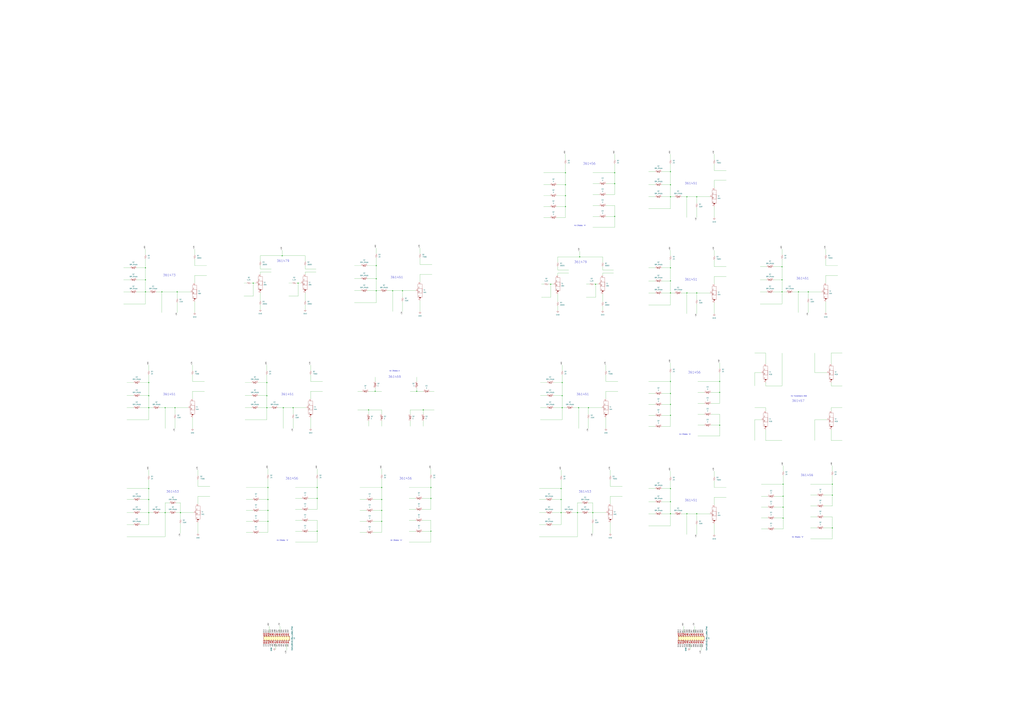
<source format=kicad_sch>
(kicad_sch (version 20211123) (generator eeschema)
  (paper "A0")
  (junction (at 311.15 605.79))
  (junction (at 909.32 562.61))
  (junction (at 778.51 596.9))
  (junction (at 652.78 444.5))
  (junction (at 168.91 339.09))
  (junction (at 500.38 566.42))
  (junction (at 778.51 311.15))
  (junction (at 835.66 455.93))
  (junction (at 778.51 567.69))
  (junction (at 778.51 582.93))
  (junction (at 491.49 476.25))
  (junction (at 327.66 297.18))
  (junction (at 172.72 459.74))
  (junction (at 311.15 566.42))
  (junction (at 309.88 459.74))
  (junction (at 443.23 593.09))
  (junction (at 311.15 580.39))
  (junction (at 294.005 328.93))
  (junction (at 172.72 580.39))
  (junction (at 191.77 595.63))
  (junction (at 368.3 579.12))
  (junction (at 187.96 339.09))
  (junction (at 835.66 443.23))
  (junction (at 927.1 339.09))
  (junction (at 172.72 595.63))
  (junction (at 909.32 589.28))
  (junction (at 443.23 605.79))
  (junction (at 328.93 473.71))
  (junction (at 651.51 567.69))
  (junction (at 205.74 339.09))
  (junction (at 673.1 298.45))
  (junction (at 436.88 337.82))
  (junction (at 500.38 617.22))
  (junction (at 656.59 227.33))
  (junction (at 691.515 330.2))
  (junction (at 651.51 595.63))
  (junction (at 500.38 579.12))
  (junction (at 778.51 214.63))
  (junction (at 938.53 339.09))
  (junction (at 808.99 596.9))
  (junction (at 168.91 311.15))
  (junction (at 435.61 454.66))
  (junction (at 172.72 473.71))
  (junction (at 778.51 199.39))
  (junction (at 909.32 601.98))
  (junction (at 778.51 469.9))
  (junction (at 713.74 251.46))
  (junction (at 797.56 596.9))
  (junction (at 670.56 595.63))
  (junction (at 651.51 580.39))
  (junction (at 778.51 326.39))
  (junction (at 639.445 330.2))
  (junction (at 191.77 473.71))
  (junction (at 436.88 323.85))
  (junction (at 309.88 444.5))
  (junction (at 671.83 473.71))
  (junction (at 908.05 309.88))
  (junction (at 467.36 337.82))
  (junction (at 656.59 240.03))
  (junction (at 346.075 328.93))
  (junction (at 835.66 494.03))
  (junction (at 652.78 473.71))
  (junction (at 311.15 593.09))
  (junction (at 656.59 200.66))
  (junction (at 909.32 576.58))
  (junction (at 713.74 200.66))
  (junction (at 168.91 325.12))
  (junction (at 309.88 473.71))
  (junction (at 688.34 595.63))
  (junction (at 683.26 473.71))
  (junction (at 778.51 482.6))
  (junction (at 966.47 562.61))
  (junction (at 652.78 459.74))
  (junction (at 778.51 228.6))
  (junction (at 203.2 473.71))
  (junction (at 172.72 444.5))
  (junction (at 966.47 613.41))
  (junction (at 908.05 325.12))
  (junction (at 455.93 337.82))
  (junction (at 778.51 443.23))
  (junction (at 368.3 617.22))
  (junction (at 966.47 575.31))
  (junction (at 778.51 457.2))
  (junction (at 427.99 476.25))
  (junction (at 443.23 580.39))
  (junction (at 713.74 213.36))
  (junction (at 908.05 339.09))
  (junction (at 656.59 214.63))
  (junction (at 808.99 228.6))
  (junction (at 443.23 566.42))
  (junction (at 436.88 308.61))
  (junction (at 797.56 228.6))
  (junction (at 778.51 340.36))
  (junction (at 483.87 454.66))
  (junction (at 797.56 340.36))
  (junction (at 808.99 340.36))
  (junction (at 172.72 567.69))
  (junction (at 368.3 566.42))
  (junction (at 340.36 473.71))
  (junction (at 209.55 595.63))
  (wire (pts (xy 284.48 487.68) (xy 309.88 487.68)))
  (wire (pts (xy 829.31 190.5) (xy 829.31 198.12)))
  (wire (pts (xy 172.72 546.1) (xy 172.72 552.45)))
  (wire (pts (xy 427.99 476.25) (xy 427.99 481.33)))
  (wire (pts (xy 883.92 601.98) (xy 891.54 601.98)))
  (wire (pts (xy 162.56 473.71) (xy 172.72 473.71)))
  (wire (pts (xy 433.07 580.39) (xy 443.23 580.39)))
  (wire (pts (xy 810.26 455.93) (xy 817.88 455.93)))
  (wire (pts (xy 191.77 623.57) (xy 147.32 623.57)))
  (wire (pts (xy 797.56 340.36) (xy 808.99 340.36)))
  (wire (pts (xy 223.52 485.14) (xy 223.52 497.84)))
  (wire (pts (xy 168.91 353.06) (xy 168.91 339.09)))
  (wire (pts (xy 908.05 309.88) (xy 897.89 309.88)))
  (wire (pts (xy 191.77 584.2) (xy 191.77 595.63)))
  (wire (pts (xy 835.66 421.64) (xy 835.66 427.99)))
  (wire (pts (xy 631.19 227.33) (xy 638.81 227.33)))
  (wire (pts (xy 443.23 544.83) (xy 443.23 551.18)))
  (wire (pts (xy 309.88 444.5) (xy 309.88 459.74)))
  (wire (pts (xy 641.35 609.6) (xy 651.51 609.6)))
  (wire (pts (xy 797.56 596.9) (xy 808.99 596.9)))
  (wire (pts (xy 499.11 454.66) (xy 504.19 454.66)))
  (wire (pts (xy 673.1 298.45) (xy 699.77 298.45)))
  (wire (pts (xy 411.48 351.79) (xy 436.88 351.79)))
  (wire (pts (xy 285.75 566.42) (xy 311.15 566.42)))
  (wire (pts (xy 203.2 486.41) (xy 203.2 497.84)))
  (wire (pts (xy 778.51 582.93) (xy 778.51 596.9)))
  (wire (pts (xy 946.15 487.68) (xy 946.15 511.81)))
  (wire (pts (xy 965.2 477.52) (xy 965.2 473.71)))
  (wire (pts (xy 172.72 435.61) (xy 172.72 444.5)))
  (wire (pts (xy 223.52 463.55) (xy 223.52 454.66)))
  (wire (pts (xy 825.5 468.63) (xy 835.66 468.63)))
  (wire (pts (xy 147.32 473.71) (xy 154.94 473.71)))
  (wire (pts (xy 474.98 579.12) (xy 482.6 579.12)))
  (wire (pts (xy 753.11 482.6) (xy 760.73 482.6)))
  (wire (pts (xy 487.68 318.77) (xy 501.65 318.77)))
  (wire (pts (xy 354.33 297.18) (xy 354.33 303.53)))
  (wire (pts (xy 642.62 473.71) (xy 652.78 473.71)))
  (wire (pts (xy 753.11 596.9) (xy 760.73 596.9)))
  (wire (pts (xy 320.04 748.03) (xy 320.04 754.38)))
  (wire (pts (xy 778.51 610.87) (xy 778.51 596.9)))
  (wire (pts (xy 778.51 228.6) (xy 783.59 228.6)))
  (wire (pts (xy 191.77 497.84) (xy 191.77 473.71)))
  (wire (pts (xy 147.32 580.39) (xy 154.94 580.39)))
  (wire (pts (xy 651.51 580.39) (xy 651.51 595.63)))
  (wire (pts (xy 675.64 584.2) (xy 670.56 584.2)))
  (wire (pts (xy 965.2 511.81) (xy 977.9 511.81)))
  (wire (pts (xy 801.37 748.03) (xy 801.37 754.38)))
  (wire (pts (xy 958.85 300.99) (xy 958.85 308.61)))
  (wire (pts (xy 688.34 200.66) (xy 713.74 200.66)))
  (wire (pts (xy 956.31 588.01) (xy 966.47 588.01)))
  (wire (pts (xy 825.5 494.03) (xy 835.66 494.03)))
  (wire (pts (xy 829.31 309.88) (xy 843.28 309.88)))
  (wire (pts (xy 753.11 311.15) (xy 760.73 311.15)))
  (wire (pts (xy 651.51 567.69) (xy 651.51 580.39)))
  (wire (pts (xy 342.9 629.92) (xy 368.3 629.92)))
  (wire (pts (xy 829.31 577.85) (xy 843.28 577.85)))
  (wire (pts (xy 899.16 614.68) (xy 909.32 614.68)))
  (wire (pts (xy 703.58 454.66) (xy 717.55 454.66)))
  (wire (pts (xy 340.36 473.71) (xy 355.6 473.71)))
  (wire (pts (xy 713.74 179.07) (xy 713.74 185.42)))
  (wire (pts (xy 433.07 605.79) (xy 443.23 605.79)))
  (wire (pts (xy 435.61 454.66) (xy 443.23 454.66)))
  (wire (pts (xy 778.51 354.33) (xy 778.51 340.36)))
  (wire (pts (xy 683.26 473.71) (xy 698.5 473.71)))
  (wire (pts (xy 626.11 595.63) (xy 633.73 595.63)))
  (wire (pts (xy 810.26 481.33) (xy 817.88 481.33)))
  (wire (pts (xy 768.35 228.6) (xy 778.51 228.6)))
  (wire (pts (xy 708.66 607.06) (xy 708.66 619.76)))
  (wire (pts (xy 433.07 618.49) (xy 443.23 618.49)))
  (wire (pts (xy 226.06 308.61) (xy 240.03 308.61)))
  (wire (pts (xy 300.99 605.79) (xy 311.15 605.79)))
  (wire (pts (xy 883.92 562.61) (xy 909.32 562.61)))
  (wire (pts (xy 778.51 326.39) (xy 778.51 340.36)))
  (wire (pts (xy 467.36 337.82) (xy 482.6 337.82)))
  (wire (pts (xy 354.33 312.42) (xy 367.03 312.42)))
  (wire (pts (xy 360.68 463.55) (xy 360.68 454.66)))
  (wire (pts (xy 946.15 433.07) (xy 946.15 410.21)))
  (wire (pts (xy 909.32 541.02) (xy 909.32 547.37)))
  (wire (pts (xy 436.88 323.85) (xy 426.72 323.85)))
  (wire (pts (xy 636.905 330.2) (xy 639.445 330.2)))
  (wire (pts (xy 487.68 327.66) (xy 487.68 318.77)))
  (wire (pts (xy 778.51 311.15) (xy 768.35 311.15)))
  (wire (pts (xy 889 410.21) (xy 876.3 410.21)))
  (wire (pts (xy 443.23 566.42) (xy 443.23 580.39)))
  (wire (pts (xy 433.07 593.09) (xy 443.23 593.09)))
  (wire (pts (xy 311.15 566.42) (xy 311.15 580.39)))
  (wire (pts (xy 656.59 227.33) (xy 656.59 240.03)))
  (wire (pts (xy 455.93 361.95) (xy 455.93 337.82)))
  (wire (pts (xy 708.66 557.53) (xy 708.66 565.15)))
  (wire (pts (xy 427.99 476.25) (xy 443.23 476.25)))
  (wire (pts (xy 829.31 566.42) (xy 843.28 566.42)))
  (wire (pts (xy 889 422.91) (xy 889 410.21)))
  (wire (pts (xy 899.16 589.28) (xy 909.32 589.28)))
  (wire (pts (xy 639.445 330.2) (xy 642.62 330.2)))
  (wire (pts (xy 443.23 580.39) (xy 443.23 593.09)))
  (wire (pts (xy 284.48 473.71) (xy 292.1 473.71)))
  (wire (pts (xy 908.05 448.31) (xy 908.05 410.21)))
  (wire (pts (xy 703.58 424.18) (xy 703.58 430.53)))
  (wire (pts (xy 688.34 595.63) (xy 703.58 595.63)))
  (wire (pts (xy 883.92 433.07) (xy 876.3 433.07)))
  (wire (pts (xy 829.31 302.26) (xy 829.31 309.88)))
  (wire (pts (xy 778.51 443.23) (xy 778.51 433.07)))
  (wire (pts (xy 647.7 313.69) (xy 660.4 313.69)))
  (wire (pts (xy 646.43 252.73) (xy 656.59 252.73)))
  (wire (pts (xy 699.77 313.69) (xy 712.47 313.69)))
  (wire (pts (xy 778.51 302.26) (xy 778.51 311.15)))
  (wire (pts (xy 172.72 609.6) (xy 172.72 595.63)))
  (wire (pts (xy 467.36 337.82) (xy 467.36 345.44)))
  (wire (pts (xy 467.36 350.52) (xy 467.36 361.95)))
  (wire (pts (xy 354.33 316.23) (xy 367.03 316.23)))
  (wire (pts (xy 810.26 506.73) (xy 835.66 506.73)))
  (wire (pts (xy 829.31 547.37) (xy 829.31 553.72)))
  (wire (pts (xy 436.88 337.82) (xy 441.96 337.82)))
  (wire (pts (xy 354.33 308.61) (xy 354.33 312.42)))
  (wire (pts (xy 671.83 473.71) (xy 683.26 473.71)))
  (wire (pts (xy 311.15 566.42) (xy 311.15 556.26)))
  (wire (pts (xy 172.72 487.68) (xy 172.72 473.71)))
  (wire (pts (xy 500.38 591.82) (xy 500.38 579.12)))
  (wire (pts (xy 958.85 289.56) (xy 958.85 295.91)))
  (wire (pts (xy 309.88 459.74) (xy 299.72 459.74)))
  (wire (pts (xy 889 499.11) (xy 889 511.81)))
  (wire (pts (xy 808.99 228.6) (xy 824.23 228.6)))
  (wire (pts (xy 646.43 227.33) (xy 656.59 227.33)))
  (wire (pts (xy 899.16 576.58) (xy 909.32 576.58)))
  (wire (pts (xy 209.55 595.63) (xy 224.79 595.63)))
  (wire (pts (xy 490.22 579.12) (xy 500.38 579.12)))
  (wire (pts (xy 778.51 457.2) (xy 778.51 469.9)))
  (wire (pts (xy 753.11 242.57) (xy 778.51 242.57)))
  (wire (pts (xy 344.17 328.93) (xy 346.075 328.93)))
  (wire (pts (xy 829.31 218.44) (xy 829.31 209.55)))
  (wire (pts (xy 683.26 595.63) (xy 688.34 595.63)))
  (wire (pts (xy 673.1 292.1) (xy 673.1 298.45)))
  (wire (pts (xy 835.66 481.33) (xy 835.66 494.03)))
  (wire (pts (xy 883.92 576.58) (xy 891.54 576.58)))
  (wire (pts (xy 810.26 468.63) (xy 817.88 468.63)))
  (wire (pts (xy 360.68 424.18) (xy 360.68 430.53)))
  (wire (pts (xy 631.19 200.66) (xy 656.59 200.66)))
  (wire (pts (xy 172.72 580.39) (xy 162.56 580.39)))
  (wire (pts (xy 474.98 617.22) (xy 482.6 617.22)))
  (wire (pts (xy 941.07 575.31) (xy 948.69 575.31)))
  (wire (pts (xy 628.65 330.2) (xy 631.825 330.2)))
  (wire (pts (xy 876.3 433.07) (xy 876.3 448.31)))
  (wire (pts (xy 699.77 341.63) (xy 699.77 350.52)))
  (wire (pts (xy 358.14 591.82) (xy 368.3 591.82)))
  (wire (pts (xy 436.88 323.85) (xy 436.88 337.82)))
  (wire (pts (xy 325.12 727.71) (xy 325.12 735.33)))
  (wire (pts (xy 168.91 339.09) (xy 173.99 339.09)))
  (wire (pts (xy 417.83 618.49) (xy 425.45 618.49)))
  (wire (pts (xy 332.74 748.03) (xy 332.74 755.65)))
  (wire (pts (xy 652.78 459.74) (xy 642.62 459.74)))
  (wire (pts (xy 283.21 344.17) (xy 294.005 344.17)))
  (wire (pts (xy 683.26 486.41) (xy 683.26 497.84)))
  (wire (pts (xy 627.38 473.71) (xy 635 473.71)))
  (wire (pts (xy 965.2 444.5) (xy 965.2 448.31)))
  (wire (pts (xy 172.72 444.5) (xy 162.56 444.5)))
  (wire (pts (xy 808.99 596.9) (xy 808.99 604.52)))
  (wire (pts (xy 647.7 317.5) (xy 660.4 317.5)))
  (wire (pts (xy 143.51 325.12) (xy 151.13 325.12)))
  (wire (pts (xy 299.72 473.71) (xy 309.88 473.71)))
  (wire (pts (xy 768.35 340.36) (xy 778.51 340.36)))
  (wire (pts (xy 703.58 238.76) (xy 713.74 238.76)))
  (wire (pts (xy 966.47 541.02) (xy 966.47 547.37)))
  (wire (pts (xy 291.465 328.93) (xy 294.005 328.93)))
  (wire (pts (xy 360.68 485.14) (xy 360.68 497.84)))
  (wire (pts (xy 808.99 596.9) (xy 824.23 596.9)))
  (wire (pts (xy 699.77 317.5) (xy 712.47 317.5)))
  (wire (pts (xy 483.87 450.85) (xy 483.87 454.66)))
  (wire (pts (xy 229.87 557.53) (xy 229.87 565.15)))
  (wire (pts (xy 147.32 609.6) (xy 154.94 609.6)))
  (wire (pts (xy 474.98 629.92) (xy 500.38 629.92)))
  (wire (pts (xy 835.66 443.23) (xy 835.66 433.07)))
  (wire (pts (xy 223.52 424.18) (xy 223.52 430.53)))
  (wire (pts (xy 358.14 604.52) (xy 368.3 604.52)))
  (wire (pts (xy 791.21 228.6) (xy 797.56 228.6)))
  (wire (pts (xy 354.33 340.36) (xy 354.33 349.25)))
  (wire (pts (xy 415.29 476.25) (xy 427.99 476.25)))
  (wire (pts (xy 172.72 459.74) (xy 162.56 459.74)))
  (wire (pts (xy 882.65 353.06) (xy 908.05 353.06)))
  (wire (pts (xy 647.7 320.04) (xy 647.7 317.5)))
  (wire (pts (xy 897.89 339.09) (xy 908.05 339.09)))
  (wire (pts (xy 147.32 444.5) (xy 154.94 444.5)))
  (wire (pts (xy 825.5 481.33) (xy 835.66 481.33)))
  (wire (pts (xy 708.66 585.47) (xy 708.66 576.58)))
  (wire (pts (xy 354.33 318.77) (xy 354.33 316.23)))
  (wire (pts (xy 899.16 601.98) (xy 909.32 601.98)))
  (wire (pts (xy 753.11 214.63) (xy 760.73 214.63)))
  (wire (pts (xy 808.99 340.36) (xy 824.23 340.36)))
  (wire (pts (xy 909.32 601.98) (xy 909.32 614.68)))
  (wire (pts (xy 703.58 485.14) (xy 703.58 497.84)))
  (wire (pts (xy 172.72 557.53) (xy 172.72 567.69)))
  (wire (pts (xy 713.74 213.36) (xy 713.74 200.66)))
  (wire (pts (xy 631.19 240.03) (xy 638.81 240.03)))
  (wire (pts (xy 778.51 311.15) (xy 778.51 326.39)))
  (wire (pts (xy 713.74 226.06) (xy 713.74 213.36)))
  (wire (pts (xy 829.31 321.31) (xy 843.28 321.31)))
  (wire (pts (xy 883.92 589.28) (xy 891.54 589.28)))
  (wire (pts (xy 909.32 589.28) (xy 909.32 601.98)))
  (wire (pts (xy 941.07 600.71) (xy 948.69 600.71)))
  (wire (pts (xy 778.51 567.69) (xy 768.35 567.69)))
  (wire (pts (xy 966.47 626.11) (xy 966.47 613.41)))
  (wire (pts (xy 778.51 596.9) (xy 783.59 596.9)))
  (wire (pts (xy 340.36 486.41) (xy 340.36 497.84)))
  (wire (pts (xy 956.31 600.71) (xy 966.47 600.71)))
  (wire (pts (xy 876.3 511.81) (xy 876.3 487.68)))
  (wire (pts (xy 411.48 323.85) (xy 419.1 323.85)))
  (wire (pts (xy 411.48 337.82) (xy 419.1 337.82)))
  (wire (pts (xy 778.51 214.63) (xy 768.35 214.63)))
  (wire (pts (xy 647.7 309.88) (xy 647.7 313.69)))
  (wire (pts (xy 203.2 473.71) (xy 218.44 473.71)))
  (wire (pts (xy 443.23 605.79) (xy 443.23 618.49)))
  (wire (pts (xy 753.11 457.2) (xy 760.73 457.2)))
  (wire (pts (xy 835.66 468.63) (xy 835.66 455.93)))
  (wire (pts (xy 342.9 591.82) (xy 350.52 591.82)))
  (wire (pts (xy 491.49 476.25) (xy 476.25 476.25)))
  (wire (pts (xy 172.72 444.5) (xy 172.72 459.74)))
  (wire (pts (xy 427.99 454.66) (xy 435.61 454.66)))
  (wire (pts (xy 778.51 482.6) (xy 778.51 495.3)))
  (wire (pts (xy 689.61 330.2) (xy 691.515 330.2)))
  (wire (pts (xy 226.06 350.52) (xy 226.06 363.22)))
  (wire (pts (xy 342.9 579.12) (xy 350.52 579.12)))
  (wire (pts (xy 172.72 580.39) (xy 172.72 595.63)))
  (wire (pts (xy 768.35 469.9) (xy 778.51 469.9)))
  (wire (pts (xy 958.85 328.93) (xy 958.85 320.04)))
  (wire (pts (xy 966.47 575.31) (xy 966.47 562.61)))
  (wire (pts (xy 791.21 596.9) (xy 797.56 596.9)))
  (wire (pts (xy 927.1 339.09) (xy 938.53 339.09)))
  (wire (pts (xy 889 448.31) (xy 908.05 448.31)))
  (wire (pts (xy 368.3 544.83) (xy 368.3 551.18)))
  (wire (pts (xy 688.34 213.36) (xy 695.96 213.36)))
  (wire (pts (xy 909.32 576.58) (xy 909.32 589.28)))
  (wire (pts (xy 688.34 226.06) (xy 695.96 226.06)))
  (wire (pts (xy 753.11 228.6) (xy 760.73 228.6)))
  (wire (pts (xy 435.61 438.15) (xy 435.61 443.23)))
  (wire (pts (xy 358.14 617.22) (xy 368.3 617.22)))
  (wire (pts (xy 500.38 629.92) (xy 500.38 617.22)))
  (wire (pts (xy 474.98 591.82) (xy 482.6 591.82)))
  (wire (pts (xy 688.34 238.76) (xy 695.96 238.76)))
  (wire (pts (xy 143.51 353.06) (xy 168.91 353.06)))
  (wire (pts (xy 500.38 566.42) (xy 500.38 556.26)))
  (wire (pts (xy 302.26 318.77) (xy 302.26 316.23)))
  (wire (pts (xy 778.51 199.39) (xy 768.35 199.39)))
  (wire (pts (xy 491.49 454.66) (xy 483.87 454.66)))
  (wire (pts (xy 778.51 290.83) (xy 778.51 297.18)))
  (wire (pts (xy 703.58 213.36) (xy 713.74 213.36)))
  (wire (pts (xy 443.23 481.33) (xy 443.23 476.25)))
  (wire (pts (xy 309.88 487.68) (xy 309.88 473.71)))
  (wire (pts (xy 778.51 242.57) (xy 778.51 228.6)))
  (wire (pts (xy 487.68 307.34) (xy 501.65 307.34)))
  (wire (pts (xy 302.26 340.36) (xy 302.26 349.25)))
  (wire (pts (xy 302.26 312.42) (xy 314.96 312.42)))
  (wire (pts (xy 778.51 179.07) (xy 778.51 185.42)))
  (wire (pts (xy 808.99 228.6) (xy 808.99 236.22)))
  (wire (pts (xy 909.32 562.61) (xy 909.32 576.58)))
  (wire (pts (xy 778.51 199.39) (xy 778.51 214.63)))
  (wire (pts (xy 328.93 473.71) (xy 340.36 473.71)))
  (wire (pts (xy 778.51 443.23) (xy 778.51 457.2)))
  (wire (pts (xy 504.19 476.25) (xy 491.49 476.25)))
  (wire (pts (xy 487.68 349.25) (xy 487.68 361.95)))
  (wire (pts (xy 346.075 328.93) (xy 349.25 328.93)))
  (wire (pts (xy 753.11 354.33) (xy 778.51 354.33)))
  (wire (pts (xy 209.55 584.2) (xy 204.47 584.2)))
  (wire (pts (xy 417.83 580.39) (xy 425.45 580.39)))
  (wire (pts (xy 168.91 289.56) (xy 168.91 295.91)))
  (wire (pts (xy 435.61 450.85) (xy 435.61 454.66)))
  (wire (pts (xy 491.49 488.95) (xy 491.49 495.3)))
  (wire (pts (xy 656.59 179.07) (xy 656.59 185.42)))
  (wire (pts (xy 191.77 473.71) (xy 203.2 473.71)))
  (wire (pts (xy 229.87 546.1) (xy 229.87 552.45)))
  (wire (pts (xy 283.21 328.93) (xy 286.385 328.93)))
  (wire (pts (xy 162.56 609.6) (xy 172.72 609.6)))
  (wire (pts (xy 713.74 264.16) (xy 713.74 251.46)))
  (wire (pts (xy 294.005 344.17) (xy 294.005 328.93)))
  (wire (pts (xy 285.75 605.79) (xy 293.37 605.79)))
  (wire (pts (xy 958.85 350.52) (xy 958.85 363.22)))
  (wire (pts (xy 829.31 330.2) (xy 829.31 321.31)))
  (wire (pts (xy 829.31 290.83) (xy 829.31 297.18)))
  (wire (pts (xy 487.68 288.29) (xy 487.68 294.64)))
  (wire (pts (xy 908.05 309.88) (xy 908.05 325.12)))
  (wire (pts (xy 172.72 459.74) (xy 172.72 473.71)))
  (wire (pts (xy 172.72 595.63) (xy 177.8 595.63)))
  (wire (pts (xy 181.61 339.09) (xy 187.96 339.09)))
  (wire (pts (xy 346.075 344.17) (xy 346.075 328.93)))
  (wire (pts (xy 708.66 565.15) (xy 722.63 565.15)))
  (wire (pts (xy 187.96 339.09) (xy 205.74 339.09)))
  (wire (pts (xy 958.85 308.61) (xy 972.82 308.61)))
  (wire (pts (xy 204.47 595.63) (xy 209.55 595.63)))
  (wire (pts (xy 311.15 593.09) (xy 311.15 605.79)))
  (wire (pts (xy 300.99 580.39) (xy 311.15 580.39)))
  (wire (pts (xy 876.3 473.71) (xy 889 473.71)))
  (wire (pts (xy 302.26 308.61) (xy 302.26 312.42)))
  (wire (pts (xy 883.92 614.68) (xy 891.54 614.68)))
  (wire (pts (xy 342.9 604.52) (xy 350.52 604.52)))
  (wire (pts (xy 829.31 351.79) (xy 829.31 364.49)))
  (wire (pts (xy 965.2 410.21) (xy 977.9 410.21)))
  (wire (pts (xy 226.06 300.99) (xy 226.06 308.61)))
  (wire (pts (xy 360.68 435.61) (xy 360.68 443.23)))
  (wire (pts (xy 652.78 487.68) (xy 652.78 473.71)))
  (wire (pts (xy 476.25 481.33) (xy 476.25 476.25)))
  (wire (pts (xy 631.19 252.73) (xy 638.81 252.73)))
  (wire (pts (xy 703.58 251.46) (xy 713.74 251.46)))
  (wire (pts (xy 302.26 303.53) (xy 302.26 297.18)))
  (wire (pts (xy 646.43 214.63) (xy 656.59 214.63)))
  (wire (pts (xy 185.42 595.63) (xy 191.77 595.63)))
  (wire (pts (xy 300.99 593.09) (xy 311.15 593.09)))
  (wire (pts (xy 500.38 579.12) (xy 500.38 566.42)))
  (wire (pts (xy 829.31 558.8) (xy 829.31 566.42)))
  (wire (pts (xy 708.66 546.1) (xy 708.66 552.45)))
  (wire (pts (xy 791.21 340.36) (xy 797.56 340.36)))
  (wire (pts (xy 941.07 626.11) (xy 966.47 626.11)))
  (wire (pts (xy 753.11 582.93) (xy 760.73 582.93)))
  (wire (pts (xy 205.74 339.09) (xy 205.74 346.71)))
  (wire (pts (xy 436.88 308.61) (xy 426.72 308.61)))
  (wire (pts (xy 753.11 326.39) (xy 760.73 326.39)))
  (wire (pts (xy 311.15 580.39) (xy 311.15 593.09)))
  (wire (pts (xy 656.59 200.66) (xy 656.59 214.63)))
  (wire (pts (xy 311.15 605.79) (xy 311.15 618.49)))
  (wire (pts (xy 474.98 604.52) (xy 482.6 604.52)))
  (wire (pts (xy 223.52 435.61) (xy 223.52 443.23)))
  (wire (pts (xy 229.87 576.58) (xy 243.84 576.58)))
  (wire (pts (xy 778.51 547.37) (xy 778.51 553.72)))
  (wire (pts (xy 368.3 604.52) (xy 368.3 617.22)))
  (wire (pts (xy 797.56 364.49) (xy 797.56 340.36)))
  (wire (pts (xy 688.34 608.33) (xy 688.34 619.76)))
  (wire (pts (xy 656.59 240.03) (xy 656.59 252.73)))
  (wire (pts (xy 652.78 473.71) (xy 657.86 473.71)))
  (wire (pts (xy 360.68 443.23) (xy 374.65 443.23)))
  (wire (pts (xy 143.51 339.09) (xy 151.13 339.09)))
  (wire (pts (xy 500.38 604.52) (xy 500.38 617.22)))
  (wire (pts (xy 691.515 345.44) (xy 691.515 330.2)))
  (wire (pts (xy 226.06 320.04) (xy 240.03 320.04)))
  (wire (pts (xy 713.74 200.66) (xy 713.74 190.5)))
  (wire (pts (xy 670.56 595.63) (xy 670.56 623.57)))
  (wire (pts (xy 909.32 562.61) (xy 909.32 552.45)))
  (wire (pts (xy 203.2 473.71) (xy 203.2 481.33)))
  (wire (pts (xy 713.74 238.76) (xy 713.74 251.46)))
  (wire (pts (xy 285.75 580.39) (xy 293.37 580.39)))
  (wire (pts (xy 147.32 487.68) (xy 172.72 487.68)))
  (wire (pts (xy 647.7 298.45) (xy 673.1 298.45)))
  (wire (pts (xy 627.38 487.68) (xy 652.78 487.68)))
  (wire (pts (xy 889 473.71) (xy 889 477.52)))
  (wire (pts (xy 168.91 311.15) (xy 158.75 311.15)))
  (wire (pts (xy 626.11 609.6) (xy 633.73 609.6)))
  (wire (pts (xy 814.07 748.03) (xy 814.07 755.65)))
  (wire (pts (xy 665.48 473.71) (xy 671.83 473.71)))
  (wire (pts (xy 229.87 565.15) (xy 243.84 565.15)))
  (wire (pts (xy 368.3 591.82) (xy 368.3 579.12)))
  (wire (pts (xy 449.58 337.82) (xy 455.93 337.82)))
  (wire (pts (xy 829.31 179.07) (xy 829.31 185.42)))
  (wire (pts (xy 360.68 454.66) (xy 374.65 454.66)))
  (wire (pts (xy 205.74 351.79) (xy 205.74 363.22)))
  (wire (pts (xy 436.88 288.29) (xy 436.88 294.64)))
  (wire (pts (xy 966.47 600.71) (xy 966.47 613.41)))
  (wire (pts (xy 956.31 613.41) (xy 966.47 613.41)))
  (wire (pts (xy 309.88 424.18) (xy 309.88 430.53)))
  (wire (pts (xy 196.85 584.2) (xy 191.77 584.2)))
  (wire (pts (xy 688.34 595.63) (xy 688.34 584.2)))
  (wire (pts (xy 340.36 473.71) (xy 340.36 481.33)))
  (wire (pts (xy 699.77 355.6) (xy 699.77 360.68)))
  (wire (pts (xy 209.55 595.63) (xy 209.55 603.25)))
  (wire (pts (xy 965.2 473.71) (xy 977.9 473.71)))
  (wire (pts (xy 335.28 344.17) (xy 346.075 344.17)))
  (wire (pts (xy 309.88 473.71) (xy 314.96 473.71)))
  (wire (pts (xy 703.58 435.61) (xy 703.58 443.23)))
  (wire (pts (xy 941.07 613.41) (xy 948.69 613.41)))
  (wire (pts (xy 158.75 339.09) (xy 168.91 339.09)))
  (wire (pts (xy 965.2 448.31) (xy 977.9 448.31)))
  (wire (pts (xy 312.42 727.71) (xy 312.42 735.33)))
  (wire (pts (xy 938.53 339.09) (xy 938.53 346.71)))
  (wire (pts (xy 476.25 488.95) (xy 476.25 495.3)))
  (wire (pts (xy 358.14 579.12) (xy 368.3 579.12)))
  (wire (pts (xy 680.72 345.44) (xy 691.515 345.44)))
  (wire (pts (xy 882.65 325.12) (xy 890.27 325.12)))
  (wire (pts (xy 699.77 320.04) (xy 699.77 317.5)))
  (wire (pts (xy 956.31 575.31) (xy 966.47 575.31)))
  (wire (pts (xy 647.7 341.63) (xy 647.7 350.52)))
  (wire (pts (xy 882.65 339.09) (xy 890.27 339.09)))
  (wire (pts (xy 443.23 566.42) (xy 443.23 556.26)))
  (wire (pts (xy 808.99 353.06) (xy 808.99 364.49)))
  (wire (pts (xy 778.51 421.64) (xy 778.51 427.99)))
  (wire (pts (xy 753.11 610.87) (xy 778.51 610.87)))
  (wire (pts (xy 309.88 435.61) (xy 309.88 444.5)))
  (wire (pts (xy 889 444.5) (xy 889 448.31)))
  (wire (pts (xy 876.3 487.68) (xy 883.92 487.68)))
  (wire (pts (xy 960.12 487.68) (xy 946.15 487.68)))
  (wire (pts (xy 965.2 422.91) (xy 965.2 410.21)))
  (wire (pts (xy 941.07 588.01) (xy 948.69 588.01)))
  (wire (pts (xy 443.23 488.95) (xy 443.23 495.3)))
  (wire (pts (xy 768.35 457.2) (xy 778.51 457.2)))
  (wire (pts (xy 793.75 727.71) (xy 793.75 735.33)))
  (wire (pts (xy 768.35 596.9) (xy 778.51 596.9)))
  (wire (pts (xy 882.65 309.88) (xy 890.27 309.88)))
  (wire (pts (xy 209.55 595.63) (xy 209.55 584.2)))
  (wire (pts (xy 829.31 240.03) (xy 829.31 252.73)))
  (wire (pts (xy 223.52 454.66) (xy 237.49 454.66)))
  (wire (pts (xy 436.88 351.79) (xy 436.88 337.82)))
  (wire (pts (xy 368.3 579.12) (xy 368.3 566.42)))
  (wire (pts (xy 829.31 209.55) (xy 843.28 209.55)))
  (wire (pts (xy 778.51 326.39) (xy 768.35 326.39)))
  (wire (pts (xy 768.35 482.6) (xy 778.51 482.6)))
  (wire (pts (xy 147.32 567.69) (xy 172.72 567.69)))
  (wire (pts (xy 966.47 588.01) (xy 966.47 575.31)))
  (wire (pts (xy 680.72 330.2) (xy 684.53 330.2)))
  (wire (pts (xy 229.87 607.06) (xy 229.87 619.76)))
  (wire (pts (xy 491.49 476.25) (xy 491.49 481.33)))
  (wire (pts (xy 652.78 444.5) (xy 642.62 444.5)))
  (wire (pts (xy 768.35 495.3) (xy 778.51 495.3)))
  (wire (pts (xy 810.26 443.23) (xy 835.66 443.23)))
  (wire (pts (xy 688.34 595.63) (xy 688.34 603.25)))
  (wire (pts (xy 328.93 497.84) (xy 328.93 473.71)))
  (wire (pts (xy 417.83 593.09) (xy 425.45 593.09)))
  (wire (pts (xy 209.55 608.33) (xy 209.55 619.76)))
  (wire (pts (xy 753.11 199.39) (xy 760.73 199.39)))
  (wire (pts (xy 647.7 304.8) (xy 647.7 298.45)))
  (wire (pts (xy 688.34 264.16) (xy 713.74 264.16)))
  (wire (pts (xy 368.3 629.92) (xy 368.3 617.22)))
  (wire (pts (xy 703.58 443.23) (xy 717.55 443.23)))
  (wire (pts (xy 147.32 595.63) (xy 154.94 595.63)))
  (wire (pts (xy 143.51 311.15) (xy 151.13 311.15)))
  (wire (pts (xy 829.31 586.74) (xy 829.31 577.85)))
  (wire (pts (xy 322.58 473.71) (xy 328.93 473.71)))
  (wire (pts (xy 652.78 444.5) (xy 652.78 459.74)))
  (wire (pts (xy 309.88 444.5) (xy 299.72 444.5)))
  (wire (pts (xy 699.77 298.45) (xy 699.77 304.8)))
  (wire (pts (xy 703.58 226.06) (xy 713.74 226.06)))
  (wire (pts (xy 500.38 544.83) (xy 500.38 551.18)))
  (wire (pts (xy 958.85 320.04) (xy 972.82 320.04)))
  (wire (pts (xy 300.99 618.49) (xy 311.15 618.49)))
  (wire (pts (xy 670.56 623.57) (xy 626.11 623.57)))
  (wire (pts (xy 708.66 576.58) (xy 722.63 576.58)))
  (wire (pts (xy 627.38 444.5) (xy 635 444.5)))
  (wire (pts (xy 778.51 558.8) (xy 778.51 567.69)))
  (wire (pts (xy 647.7 360.68) (xy 647.7 355.6)))
  (wire (pts (xy 753.11 340.36) (xy 760.73 340.36)))
  (wire (pts (xy 778.51 469.9) (xy 778.51 482.6)))
  (wire (pts (xy 938.53 339.09) (xy 953.77 339.09)))
  (wire (pts (xy 187.96 339.09) (xy 187.96 363.22)))
  (wire (pts (xy 810.26 494.03) (xy 817.88 494.03)))
  (wire (pts (xy 683.26 473.71) (xy 683.26 481.33)))
  (wire (pts (xy 626.11 580.39) (xy 633.73 580.39)))
  (wire (pts (xy 651.51 595.63) (xy 641.35 595.63)))
  (wire (pts (xy 354.33 354.33) (xy 354.33 359.41)))
  (wire (pts (xy 483.87 438.15) (xy 483.87 443.23)))
  (wire (pts (xy 223.52 443.23) (xy 237.49 443.23)))
  (wire (pts (xy 427.99 488.95) (xy 427.99 495.3)))
  (wire (pts (xy 908.05 353.06) (xy 908.05 339.09)))
  (wire (pts (xy 631.19 214.63) (xy 638.81 214.63)))
  (wire (pts (xy 626.11 567.69) (xy 651.51 567.69)))
  (wire (pts (xy 646.43 240.03) (xy 656.59 240.03)))
  (wire (pts (xy 671.83 497.84) (xy 671.83 473.71)))
  (wire (pts (xy 436.88 308.61) (xy 436.88 323.85)))
  (wire (pts (xy 205.74 339.09) (xy 220.98 339.09)))
  (wire (pts (xy 426.72 337.82) (xy 436.88 337.82)))
  (wire (pts (xy 628.65 345.44) (xy 639.445 345.44)))
  (wire (pts (xy 294.005 328.93) (xy 297.18 328.93)))
  (wire (pts (xy 656.59 214.63) (xy 656.59 227.33)))
  (wire (pts (xy 226.06 328.93) (xy 226.06 320.04)))
  (wire (pts (xy 342.9 617.22) (xy 350.52 617.22)))
  (wire (pts (xy 835.66 455.93) (xy 835.66 443.23)))
  (wire (pts (xy 327.66 290.83) (xy 327.66 297.18)))
  (wire (pts (xy 753.11 443.23) (xy 778.51 443.23)))
  (wire (pts (xy 829.31 198.12) (xy 843.28 198.12)))
  (wire (pts (xy 778.51 214.63) (xy 778.51 228.6)))
  (wire (pts (xy 908.05 300.99) (xy 908.05 309.88)))
  (wire (pts (xy 168.91 300.99) (xy 168.91 311.15)))
  (wire (pts (xy 889 511.81) (xy 908.05 511.81)))
  (wire (pts (xy 490.22 604.52) (xy 500.38 604.52)))
  (wire (pts (xy 835.66 506.73) (xy 835.66 494.03)))
  (wire (pts (xy 627.38 459.74) (xy 635 459.74)))
  (wire (pts (xy 284.48 444.5) (xy 292.1 444.5)))
  (wire (pts (xy 691.515 330.2) (xy 694.69 330.2)))
  (wire (pts (xy 411.48 308.61) (xy 419.1 308.61)))
  (wire (pts (xy 703.58 463.55) (xy 703.58 454.66)))
  (wire (pts (xy 778.51 567.69) (xy 778.51 582.93)))
  (wire (pts (xy 185.42 473.71) (xy 191.77 473.71)))
  (wire (pts (xy 927.1 363.22) (xy 927.1 339.09)))
  (wire (pts (xy 938.53 351.79) (xy 938.53 363.22)))
  (wire (pts (xy 368.3 566.42) (xy 368.3 556.26)))
  (wire (pts (xy 490.22 591.82) (xy 500.38 591.82)))
  (wire (pts (xy 436.88 299.72) (xy 436.88 308.61)))
  (wire (pts (xy 443.23 593.09) (xy 443.23 605.79)))
  (wire (pts (xy 302.26 297.18) (xy 327.66 297.18)))
  (wire (pts (xy 168.91 311.15) (xy 168.91 325.12)))
  (wire (pts (xy 168.91 325.12) (xy 158.75 325.12)))
  (wire (pts (xy 191.77 595.63) (xy 196.85 595.63)))
  (wire (pts (xy 797.56 228.6) (xy 808.99 228.6)))
  (wire (pts (xy 226.06 289.56) (xy 226.06 295.91)))
  (wire (pts (xy 285.75 593.09) (xy 293.37 593.09)))
  (wire (pts (xy 651.51 595.63) (xy 656.59 595.63)))
  (wire (pts (xy 778.51 190.5) (xy 778.51 199.39)))
  (wire (pts (xy 652.78 435.61) (xy 652.78 444.5)))
  (wire (pts (xy 191.77 595.63) (xy 191.77 623.57)))
  (wire (pts (xy 229.87 585.47) (xy 229.87 576.58)))
  (wire (pts (xy 670.56 584.2) (xy 670.56 595.63)))
  (wire (pts (xy 474.98 566.42) (xy 500.38 566.42)))
  (wire (pts (xy 941.07 562.61) (xy 966.47 562.61)))
  (wire (pts (xy 483.87 454.66) (xy 476.25 454.66)))
  (wire (pts (xy 829.31 608.33) (xy 829.31 621.03)))
  (wire (pts (xy 778.51 582.93) (xy 768.35 582.93)))
  (wire (pts (xy 670.56 595.63) (xy 675.64 595.63)))
  (wire (pts (xy 652.78 424.18) (xy 652.78 430.53)))
  (wire (pts (xy 688.34 251.46) (xy 695.96 251.46)))
  (wire (pts (xy 808.99 340.36) (xy 808.99 347.98)))
  (wire (pts (xy 808.99 609.6) (xy 808.99 621.03)))
  (wire (pts (xy 302.26 316.23) (xy 314.96 316.23)))
  (wire (pts (xy 960.12 433.07) (xy 946.15 433.07)))
  (wire (pts (xy 797.56 252.73) (xy 797.56 228.6)))
  (wire (pts (xy 487.68 299.72) (xy 487.68 307.34)))
  (wire (pts (xy 908.05 325.12) (xy 897.89 325.12)))
  (wire (pts (xy 285.75 618.49) (xy 293.37 618.49)))
  (wire (pts (xy 664.21 595.63) (xy 670.56 595.63)))
  (wire (pts (xy 639.445 345.44) (xy 639.445 330.2)))
  (wire (pts (xy 168.91 325.12) (xy 168.91 339.09)))
  (wire (pts (xy 172.72 473.71) (xy 177.8 473.71)))
  (wire (pts (xy 302.26 359.41) (xy 302.26 354.33)))
  (wire (pts (xy 753.11 495.3) (xy 760.73 495.3)))
  (wire (pts (xy 778.51 340.36) (xy 783.59 340.36)))
  (wire (pts (xy 825.5 455.93) (xy 835.66 455.93)))
  (wire (pts (xy 172.72 424.18) (xy 172.72 430.53)))
  (wire (pts (xy 172.72 595.63) (xy 162.56 595.63)))
  (wire (pts (xy 908.05 289.56) (xy 908.05 295.91)))
  (wire (pts (xy 808.99 241.3) (xy 808.99 252.73)))
  (wire (pts (xy 908.05 325.12) (xy 908.05 339.09)))
  (wire (pts (xy 309.88 459.74) (xy 309.88 473.71)))
  (wire (pts (xy 335.28 328.93) (xy 339.09 328.93)))
  (wire (pts (xy 651.51 580.39) (xy 641.35 580.39)))
  (wire (pts (xy 965.2 499.11) (xy 965.2 511.81)))
  (wire (pts (xy 806.45 727.71) (xy 806.45 735.33)))
  (wire (pts (xy 652.78 459.74) (xy 652.78 473.71)))
  (wire (pts (xy 797.56 621.03) (xy 797.56 596.9)))
  (wire (pts (xy 147.32 459.74) (xy 154.94 459.74)))
  (wire (pts (xy 172.72 567.69) (xy 172.72 580.39)))
  (wire (pts (xy 455.93 337.82) (xy 467.36 337.82)))
  (wire (pts (xy 753.11 469.9) (xy 760.73 469.9)))
  (wire (pts (xy 490.22 617.22) (xy 500.38 617.22)))
  (wire (pts (xy 311.15 544.83) (xy 311.15 551.18)))
  (wire (pts (xy 651.51 546.1) (xy 651.51 552.45)))
  (wire (pts (xy 342.9 566.42) (xy 368.3 566.42)))
  (wire (pts (xy 688.34 584.2) (xy 683.26 584.2)))
  (wire (pts (xy 699.77 309.88) (xy 699.77 313.69)))
  (wire (pts (xy 417.83 566.42) (xy 443.23 566.42)))
  (wire (pts (xy 415.29 454.66) (xy 420.37 454.66)))
  (wire (pts (xy 327.66 297.18) (xy 354.33 297.18)))
  (wire (pts (xy 651.51 557.53) (xy 651.51 567.69)))
  (wire (pts (xy 651.51 609.6) (xy 651.51 595.63)))
  (wire (pts (xy 656.59 200.66) (xy 656.59 190.5)))
  (wire (pts (xy 753.11 567.69) (xy 760.73 567.69)))
  (wire (pts (xy 417.83 605.79) (xy 425.45 605.79)))
  (wire (pts (xy 920.75 339.09) (xy 927.1 339.09)))
  (wire (pts (xy 908.05 339.09) (xy 913.13 339.09)))
  (wire (pts (xy 284.48 459.74) (xy 292.1 459.74)))
  (wire (pts (xy 966.47 562.61) (xy 966.47 552.45)))
  (text "361479" (at 666.75 306.07 0) (effects (font (size 2.54 2.54)) (justify left bottom)))
  (text "361456" (at 929.64 553.72 0) (effects (font (size 2.54 2.54)) (justify left bottom)))
  (text "361456" (at 798.83 434.34 0) (effects (font (size 2.54 2.54)) (justify left bottom)))
  (text "All Diodes A" (at 452.12 431.8 0) (effects (font (size 1.27 1.27)) (justify left bottom)))
  (text "361473" (at 189.23 321.31 0) (effects (font (size 2.54 2.54)) (justify left bottom)))
  (text "361451" (at 795.02 214.63 0) (effects (font (size 2.54 2.54)) (justify left bottom)))
  (text "361453" (at 671.83 572.77 0) (effects (font (size 2.54 2.54)) (justify left bottom)))
  (text "361456" (at 331.47 557.53 0) (effects (font (size 2.54 2.54)) (justify left bottom)))
  (text "361456" (at 676.91 191.77 0) (effects (font (size 2.54 2.54)) (justify left bottom)))
  (text "361451" (at 189.23 459.74 0) (effects (font (size 2.54 2.54)) (justify left bottom)))
  (text "361453" (at 193.04 572.77 0) (effects (font (size 2.54 2.54)) (justify left bottom)))
  (text "361456" (at 463.55 557.53 0) (effects (font (size 2.54 2.54)) (justify left bottom)))
  (text "361451" (at 453.39 323.85 0) (effects (font (size 2.54 2.54)) (justify left bottom)))
  (text "All Diodes \"A\"" (at 919.48 624.84 0) (effects (font (size 1.27 1.27)) (justify left bottom)))
  (text "361479" (at 321.31 304.8 0) (effects (font (size 2.54 2.54)) (justify left bottom)))
  (text "All Diodes \"A\"" (at 666.75 262.89 0) (effects (font (size 1.27 1.27)) (justify left bottom)))
  (text "361451" (at 795.02 326.39 0) (effects (font (size 2.54 2.54)) (justify left bottom)))
  (text "361451" (at 669.29 459.74 0) (effects (font (size 2.54 2.54)) (justify left bottom)))
  (text "All Transistors ACB" (at 918.21 461.01 0) (effects (font (size 1.27 1.27)) (justify left bottom)))
  (text "All Diodes \"A\"" (at 321.31 628.65 0) (effects (font (size 1.27 1.27)) (justify left bottom)))
  (text "361451" (at 795.02 582.93 0) (effects (font (size 2.54 2.54)) (justify left bottom)))
  (text "361457" (at 919.48 467.36 0) (effects (font (size 2.54 2.54)) (justify left bottom)))
  (text "361451" (at 326.39 459.74 0) (effects (font (size 2.54 2.54)) (justify left bottom)))
  (text "361451" (at 924.56 325.12 0) (effects (font (size 2.54 2.54)) (justify left bottom)))
  (text "All Diodes \"A\"" (at 453.39 628.65 0) (effects (font (size 1.27 1.27)) (justify left bottom)))
  (text "All Diodes \"A\"" (at 788.67 505.46 0) (effects (font (size 1.27 1.27)) (justify left bottom)))
  (text "361459" (at 450.85 439.42 0) (effects (font (size 2.54 2.54)) (justify left bottom)))
  (label "+6V" (at 311.15 544.83 90))
  (label "-3V" (at 340.36 497.84 270))
  (label "+6V" (at 652.78 424.18 90))
  (label "G09" (at 317.5 735.33 90))
  (label "+3V" (at 229.87 546.1 90))
  (label "+6V" (at 909.32 541.02 90))
  (label "J08" (at 320.04 748.03 270))
  (label "+3V" (at 814.07 755.65 270))
  (label "J12" (at 309.88 748.03 270))
  (label "J02" (at 335.28 748.03 270))
  (label "G04" (at 330.2 735.33 90))
  (label "-3V" (at 806.45 727.71 90))
  (label "+6V" (at 778.51 547.37 90))
  (label "+3V" (at 958.85 289.56 90))
  (label "J13" (at 307.34 748.03 270))
  (label "-3V" (at 467.36 361.95 270))
  (label "+6V" (at 172.72 424.18 90))
  (label "J04" (at 330.2 748.03 270))
  (label "+6V" (at 172.72 546.1 90))
  (label "+3V" (at 487.68 288.29 90))
  (label "D06" (at 806.45 748.03 270))
  (label "-3V" (at 205.74 363.22 270))
  (label "-3V" (at 688.34 619.76 270))
  (label "+3V" (at 360.68 424.18 90))
  (label "+6V" (at 793.75 727.71 90))
  (label "D13" (at 788.67 748.03 270))
  (label "D09" (at 798.83 748.03 270))
  (label "-3V" (at 325.12 727.71 90))
  (label "G02" (at 335.28 735.33 90))
  (label "+3V" (at 829.31 547.37 90))
  (label "+6V" (at 966.47 541.02 90))
  (label "G07" (at 322.58 735.33 90))
  (label "-3V" (at 808.99 252.73 270))
  (label "B12" (at 791.21 735.33 90))
  (label "B02" (at 816.61 735.33 90))
  (label "+3V" (at 332.74 755.65 270))
  (label "B11" (at 793.75 735.33 90))
  (label "D07" (at 803.91 748.03 270))
  (label "+6V" (at 713.74 179.07 90))
  (label "-3V" (at 203.2 497.84 270))
  (label "+3V" (at 327.66 290.83 90))
  (label "+6V" (at 908.05 289.56 90))
  (label "+3V" (at 223.52 424.18 90))
  (label "+3V" (at 829.31 290.83 90))
  (label "+3V" (at 703.58 424.18 90))
  (label "B10" (at 796.29 735.33 90))
  (label "+6V" (at 443.23 544.83 90))
  (label "B09" (at 798.83 735.33 90))
  (label "+6V" (at 368.3 544.83 90))
  (label "+6V" (at 778.51 179.07 90))
  (label "G13" (at 307.34 735.33 90))
  (label "D02" (at 816.61 748.03 270))
  (label "B05" (at 808.99 735.33 90))
  (label "G05" (at 327.66 735.33 90))
  (label "J03" (at 332.74 748.03 270))
  (label "J11" (at 312.42 748.03 270))
  (label "J07" (at 322.58 748.03 270))
  (label "+6V" (at 778.51 421.64 90))
  (label "G10" (at 314.96 735.33 90))
  (label "+6V" (at 835.66 421.64 90))
  (label "B04" (at 811.53 735.33 90))
  (label "J05" (at 327.66 748.03 270))
  (label "D05" (at 808.99 748.03 270))
  (label "B13" (at 788.67 735.33 90))
  (label "-3V" (at 808.99 364.49 270))
  (label "D11" (at 793.75 748.03 270))
  (label "J06" (at 325.12 748.03 270))
  (label "G12" (at 309.88 735.33 90))
  (label "B08" (at 801.37 735.33 90))
  (label "G08" (at 320.04 735.33 90))
  (label "-3V" (at 683.26 497.84 270))
  (label "-3V" (at 808.99 621.03 270))
  (label "+3V" (at 829.31 179.07 90))
  (label "D04" (at 811.53 748.03 270))
  (label "B03" (at 814.07 735.33 90))
  (label "J10" (at 314.96 748.03 270))
  (label "B06" (at 806.45 735.33 90))
  (label "D12" (at 791.21 748.03 270))
  (label "+6V" (at 309.88 424.18 90))
  (label "D08" (at 801.37 748.03 270))
  (label "+3V" (at 226.06 289.56 90))
  (label "+6V" (at 168.91 289.56 90))
  (label "+3V" (at 673.1 292.1 90))
  (label "B07" (at 803.91 735.33 90))
  (label "D03" (at 814.07 748.03 270))
  (label "G06" (at 325.12 735.33 90))
  (label "D10" (at 796.29 748.03 270))
  (label "+3V" (at 708.66 546.1 90))
  (label "+6V" (at 778.51 290.83 90))
  (label "G11" (at 312.42 735.33 90))
  (label "+6V" (at 312.42 727.71 90))
  (label "+6V" (at 436.88 288.29 90))
  (label "+6V" (at 656.59 179.07 90))
  (label "J09" (at 317.5 748.03 270))
  (label "+6V" (at 500.38 544.83 90))
  (label "-3V" (at 938.53 363.22 270))
  (label "-3V" (at 209.55 619.76 270))
  (label "G03" (at 332.74 735.33 90))
  (label "+6V" (at 651.51 546.1 90))
  (symbol (lib_id "IBM_SLT-SLD:IBM_Transistor") (at 487.68 337.82 0) (unit 1)
    (property "Reference" "T?" (at 491.49 337.1849 0) (effects (justify left)))
    (property "Value" "AAA" (at 491.49 339.7249 0) (effects (justify left)))
    (property "Footprint" "Package_TO_SOT_SMD:SOT-883" (effects hide))
  )
  (symbol (lib_id "power:GND") (at 647.7 360.68 0) (unit 1)
    (property "Reference" "#PWR?" (effects hide))
    (property "Value" "GND" (at 647.7 365.76 0))
  )
  (symbol (lib_id "IBM_SLT-SLD:IBM_Diode") (at 297.18 580.39 0) (mirror x) (unit 1)
    (property "Reference" "D?" (at 297.18 574.04 0))
    (property "Value" "A" (at 297.18 576.58 0))
    (property "Footprint" "Diode_SMD:D_0201_0603Metric" (effects hide))
  )
  (symbol (lib_id "Device:R_Small_US") (at 172.72 433.07 0) (unit 1)
    (property "Reference" "R?" (at 175.26 431.7999 0) (effects (justify left)))
    (property "Value" "2K" (at 175.26 434.3399 0) (effects (justify left)))
    (property "Footprint" "Resistor_SMD:R_0201_0603Metric" (effects hide))
  )
  (symbol (lib_id "power:GND") (at 229.87 619.76 0) (unit 1)
    (property "Reference" "#PWR?" (effects hide))
    (property "Value" "GND" (at 229.87 624.84 0))
  )
  (symbol (lib_id "IBM_SLT-SLD:IBM_Diode") (at 764.54 228.6 0) (unit 1)
    (property "Reference" "D?" (at 764.54 222.25 0))
    (property "Value" "IBM_Diode" (at 764.54 224.79 0))
    (property "Footprint" "Diode_SMD:D_0201_0603Metric" (effects hide))
  )
  (symbol (lib_id "IBM_SLT-SLD:IBM_Diode") (at 952.5 600.71 0) (mirror x) (unit 1)
    (property "Reference" "D?" (at 952.5 594.36 0))
    (property "Value" "A" (at 952.5 596.9 0))
    (property "Footprint" "Diode_SMD:D_0201_0603Metric" (effects hide))
  )
  (symbol (lib_id "IBM_SLT-SLD:IBM_Diode") (at 699.77 238.76 0) (mirror x) (unit 1)
    (property "Reference" "D?" (at 699.77 232.41 0))
    (property "Value" "A" (at 699.77 234.95 0))
    (property "Footprint" "Diode_SMD:D_0201_0603Metric" (effects hide))
  )
  (symbol (lib_id "Device:R_Small_US") (at 487.68 297.18 0) (unit 1)
    (property "Reference" "R?" (at 490.22 295.9099 0) (effects (justify left)))
    (property "Value" "750Ω" (at 490.22 298.4499 0) (effects (justify left)))
    (property "Footprint" "Resistor_SMD:R_0201_0603Metric" (effects hide))
  )
  (symbol (lib_id "IBM_SLT-SLD:IBM_Diode") (at 158.75 595.63 0) (unit 1)
    (property "Reference" "D?" (at 158.75 589.28 0))
    (property "Value" "IBM_Diode" (at 158.75 591.82 0))
    (property "Footprint" "Diode_SMD:D_0201_0603Metric" (effects hide))
  )
  (symbol (lib_id "IBM_SLT-SLD:IBM_Diode") (at 422.91 308.61 0) (unit 1)
    (property "Reference" "D?" (at 422.91 302.26 0))
    (property "Value" "IBM_Diode" (at 422.91 304.8 0))
    (property "Footprint" "Diode_SMD:D_0201_0603Metric" (effects hide))
  )
  (symbol (lib_id "IBM_SLT-SLD:IBM_Diode") (at 895.35 601.98 0) (mirror x) (unit 1)
    (property "Reference" "D?" (at 895.35 595.63 0))
    (property "Value" "A" (at 895.35 598.17 0))
    (property "Footprint" "Diode_SMD:D_0201_0603Metric" (effects hide))
  )
  (symbol (lib_id "IBM_SLT-SLD:IBM_Diode") (at 764.54 469.9 0) (mirror x) (unit 1)
    (property "Reference" "D?" (at 764.54 463.55 0))
    (property "Value" "A" (at 764.54 466.09 0))
    (property "Footprint" "Diode_SMD:D_0201_0603Metric" (effects hide))
  )
  (symbol (lib_id "Device:R_Small_US") (at 829.31 299.72 0) (unit 1)
    (property "Reference" "R?" (at 831.85 298.4499 0) (effects (justify left)))
    (property "Value" "750Ω" (at 831.85 300.9899 0) (effects (justify left)))
    (property "Footprint" "Resistor_SMD:R_0201_0603Metric" (effects hide))
  )
  (symbol (lib_id "Device:R_Small_US") (at 203.2 483.87 0) (unit 1)
    (property "Reference" "R?" (at 205.74 482.5999 0) (effects (justify left)))
    (property "Value" "3.6K" (at 205.74 485.1399 0) (effects (justify left)))
    (property "Footprint" "Resistor_SMD:R_0201_0603Metric" (effects hide))
  )
  (symbol (lib_id "IBM_SLT-SLD:IBM_Diode") (at 637.54 609.6 0) (unit 1)
    (property "Reference" "D?" (at 637.54 603.25 0))
    (property "Value" "IBM_Diode" (at 637.54 605.79 0))
    (property "Footprint" "Diode_SMD:D_0201_0603Metric" (effects hide))
  )
  (symbol (lib_id "power:GND") (at 703.58 497.84 0) (unit 1)
    (property "Reference" "#PWR?" (effects hide))
    (property "Value" "GND" (at 703.58 502.92 0))
  )
  (symbol (lib_id "IBM_SLT-SLD:IBM_Diode") (at 354.33 591.82 0) (mirror x) (unit 1)
    (property "Reference" "D?" (at 354.33 585.47 0))
    (property "Value" "A" (at 354.33 588.01 0))
    (property "Footprint" "Diode_SMD:D_0201_0603Metric" (effects hide))
  )
  (symbol (lib_id "power:GND") (at 708.66 619.76 0) (unit 1)
    (property "Reference" "#PWR?" (effects hide))
    (property "Value" "GND" (at 708.66 624.84 0))
  )
  (symbol (lib_id "Device:R_Small_US") (at 229.87 554.99 0) (unit 1)
    (property "Reference" "R?" (at 232.41 553.7199 0) (effects (justify left)))
    (property "Value" "750Ω" (at 232.41 556.2599 0) (effects (justify left)))
    (property "Footprint" "Resistor_SMD:R_0201_0603Metric" (effects hide))
  )
  (symbol (lib_id "IBM_SLT-SLD:IBM_Diode") (at 158.75 580.39 0) (unit 1)
    (property "Reference" "D?" (at 158.75 574.04 0))
    (property "Value" "IBM_Diode" (at 158.75 576.58 0))
    (property "Footprint" "Diode_SMD:D_0201_0603Metric" (effects hide))
  )
  (symbol (lib_id "IBM_SLT-SLD:IBM_Diode") (at 637.54 595.63 0) (unit 1)
    (property "Reference" "D?" (at 637.54 589.28 0))
    (property "Value" "IBM_Diode" (at 637.54 591.82 0))
    (property "Footprint" "Diode_SMD:D_0201_0603Metric" (effects hide))
  )
  (symbol (lib_id "Device:R_Small_US") (at 683.26 483.87 0) (unit 1)
    (property "Reference" "R?" (at 685.8 482.5999 0) (effects (justify left)))
    (property "Value" "3.6K" (at 685.8 485.1399 0) (effects (justify left)))
    (property "Footprint" "Resistor_SMD:R_0201_0603Metric" (effects hide))
  )
  (symbol (lib_id "IBM_SLT-SLD:IBM_Diode") (at 495.3 454.66 180) (unit 1)
    (property "Reference" "D?" (at 495.3 448.31 0))
    (property "Value" "A" (at 495.3 450.85 0))
    (property "Footprint" "Diode_SMD:D_0201_0603Metric" (effects hide))
  )
  (symbol (lib_id "IBM_SLT-SLD:IBM_Diode") (at 916.94 339.09 180) (unit 1)
    (property "Reference" "D?" (at 916.94 332.74 0))
    (property "Value" "IBM_Diode" (at 916.94 335.28 0))
    (property "Footprint" "Diode_SMD:D_0201_0603Metric" (effects hide))
  )
  (symbol (lib_id "IBM_SLT-SLD:IBM_Transistor") (at 829.31 340.36 0) (unit 1)
    (property "Reference" "T?" (at 833.12 339.7249 0) (effects (justify left)))
    (property "Value" "AAA" (at 833.12 342.2649 0) (effects (justify left)))
    (property "Footprint" "Package_TO_SOT_SMD:SOT-883" (effects hide))
  )
  (symbol (lib_id "Device:R_Small_US") (at 647.7 353.06 0) (unit 1)
    (property "Reference" "R?" (at 650.24 351.7899 0) (effects (justify left)))
    (property "Value" "200Ω" (at 650.24 354.3299 0) (effects (justify left)))
    (property "Footprint" "Resistor_SMD:R_0201_0603Metric" (effects hide))
  )
  (symbol (lib_id "Device:R_Small_US") (at 443.23 553.72 0) (unit 1)
    (property "Reference" "R?" (at 445.77 552.4499 0) (effects (justify left)))
    (property "Value" "2K" (at 445.77 554.9899 0) (effects (justify left)))
    (property "Footprint" "Resistor_SMD:R_0201_0603Metric" (effects hide))
  )
  (symbol (lib_id "Device:R_Small_US") (at 938.53 349.25 0) (unit 1)
    (property "Reference" "R?" (at 941.07 347.9799 0) (effects (justify left)))
    (property "Value" "3.6K" (at 941.07 350.5199 0) (effects (justify left)))
    (property "Footprint" "Resistor_SMD:R_0201_0603Metric" (effects hide))
  )
  (symbol (lib_id "IBM_SLT-SLD:IBM_Transistor") (at 965.2 433.07 0) (unit 1)
    (property "Reference" "T?" (at 969.01 432.4349 0) (effects (justify left)))
    (property "Value" "ACB" (at 969.01 434.9749 0) (effects (justify left)))
  )
  (symbol (lib_id "IBM_SLT-SLD:IBM_Diode") (at 422.91 323.85 0) (unit 1)
    (property "Reference" "D?" (at 422.91 317.5 0))
    (property "Value" "IBM_Diode" (at 422.91 320.04 0))
    (property "Footprint" "Diode_SMD:D_0201_0603Metric" (effects hide))
  )
  (symbol (lib_id "IBM_SLT-SLD:IBM_Transistor") (at 647.7 330.2 0) (unit 1)
    (property "Reference" "T?" (at 651.51 329.5649 0) (effects (justify left)))
    (property "Value" "ABA" (at 651.51 332.1049 0) (effects (justify left)))
  )
  (symbol (lib_id "IBM_SLT-SLD:IBM_Diode") (at 422.91 337.82 0) (unit 1)
    (property "Reference" "D?" (at 422.91 331.47 0))
    (property "Value" "IBM_Diode" (at 422.91 334.01 0))
    (property "Footprint" "Diode_SMD:D_0201_0603Metric" (effects hide))
  )
  (symbol (lib_id "IBM_SLT-SLD:IBM_Diode") (at 821.69 481.33 0) (mirror x) (unit 1)
    (property "Reference" "D?" (at 821.69 474.98 0))
    (property "Value" "A" (at 821.69 477.52 0))
    (property "Footprint" "Diode_SMD:D_0201_0603Metric" (effects hide))
  )
  (symbol (lib_id "IBM_SLT-SLD:IBM_Diode") (at 486.41 604.52 0) (mirror x) (unit 1)
    (property "Reference" "D?" (at 486.41 598.17 0))
    (property "Value" "A" (at 486.41 600.71 0))
    (property "Footprint" "Diode_SMD:D_0201_0603Metric" (effects hide))
  )
  (symbol (lib_id "IBM_SLT-SLD:IBM_Diode") (at 764.54 326.39 0) (unit 1)
    (property "Reference" "D?" (at 764.54 320.04 0))
    (property "Value" "IBM_Diode" (at 764.54 322.58 0))
    (property "Footprint" "Diode_SMD:D_0201_0603Metric" (effects hide))
  )
  (symbol (lib_id "IBM_SLT-SLD:IBM_Diode") (at 354.33 617.22 0) (mirror x) (unit 1)
    (property "Reference" "D?" (at 354.33 610.87 0))
    (property "Value" "A" (at 354.33 613.41 0))
    (property "Footprint" "Diode_SMD:D_0201_0603Metric" (effects hide))
  )
  (symbol (lib_id "IBM_SLT-SLD:IBM_Diode") (at 638.81 459.74 0) (unit 1)
    (property "Reference" "D?" (at 638.81 453.39 0))
    (property "Value" "IBM_Diode" (at 638.81 455.93 0))
    (property "Footprint" "Diode_SMD:D_0201_0603Metric" (effects hide))
  )
  (symbol (lib_id "IBM_SLT-SLD:IBM_Transistor") (at 889 433.07 0) (unit 1)
    (property "Reference" "T?" (at 892.81 432.4349 0) (effects (justify left)))
    (property "Value" "ACB" (at 892.81 434.9749 0) (effects (justify left)))
  )
  (symbol (lib_id "IBM_SLT-SLD:IBM_Diode") (at 764.54 567.69 0) (unit 1)
    (property "Reference" "D?" (at 764.54 561.34 0))
    (property "Value" "IBM_Diode" (at 764.54 563.88 0))
    (property "Footprint" "Diode_SMD:D_0201_0603Metric" (effects hide))
  )
  (symbol (lib_id "IBM_SLT-SLD:IBM_Diode") (at 200.66 584.2 180) (unit 1)
    (property "Reference" "D?" (at 200.66 577.85 0))
    (property "Value" "IBM_Diode" (at 200.66 580.39 0))
    (property "Footprint" "Diode_SMD:D_0201_0603Metric" (effects hide))
  )
  (symbol (lib_id "power:GND") (at 226.06 363.22 0) (unit 1)
    (property "Reference" "#PWR?" (effects hide))
    (property "Value" "GND" (at 226.06 368.3 0))
  )
  (symbol (lib_id "IBM_SLT-SLD:IBM_Diode") (at 158.75 444.5 0) (unit 1)
    (property "Reference" "D?" (at 158.75 438.15 0))
    (property "Value" "IBM_Diode" (at 158.75 440.69 0))
    (property "Footprint" "Diode_SMD:D_0201_0603Metric" (effects hide))
  )
  (symbol (lib_id "Device:R_Small_US") (at 168.91 298.45 0) (unit 1)
    (property "Reference" "R?" (at 171.45 297.1799 0) (effects (justify left)))
    (property "Value" "1K" (at 171.45 299.7199 0) (effects (justify left)))
    (property "Footprint" "Resistor_SMD:R_0201_0603Metric" (effects hide))
  )
  (symbol (lib_id "Device:R_Small_US") (at 656.59 187.96 0) (unit 1)
    (property "Reference" "R?" (at 659.13 186.6899 0) (effects (justify left)))
    (property "Value" "2K" (at 659.13 189.2299 0) (effects (justify left)))
    (property "Footprint" "Resistor_SMD:R_0201_0603Metric" (effects hide))
  )
  (symbol (lib_id "IBM_SLT-SLD:IBM_Diode") (at 297.18 593.09 0) (mirror x) (unit 1)
    (property "Reference" "D?" (at 297.18 586.74 0))
    (property "Value" "A" (at 297.18 589.28 0))
    (property "Footprint" "Diode_SMD:D_0201_0603Metric" (effects hide))
  )
  (symbol (lib_id "Device:R_Small_US") (at 958.85 298.45 0) (unit 1)
    (property "Reference" "R?" (at 961.39 297.1799 0) (effects (justify left)))
    (property "Value" "750Ω" (at 961.39 299.7199 0) (effects (justify left)))
    (property "Footprint" "Resistor_SMD:R_0201_0603Metric" (effects hide))
  )
  (symbol (lib_id "IBM_SLT-SLD:IBM_Diode") (at 295.91 473.71 0) (unit 1)
    (property "Reference" "D?" (at 295.91 467.36 0))
    (property "Value" "IBM_Diode" (at 295.91 469.9 0))
    (property "Footprint" "Diode_SMD:D_0201_0603Metric" (effects hide))
  )
  (symbol (lib_id "power:GND") (at 360.68 497.84 0) (unit 1)
    (property "Reference" "#PWR?" (effects hide))
    (property "Value" "GND" (at 360.68 502.92 0))
  )
  (symbol (lib_id "Device:R_Small_US") (at 699.77 353.06 0) (unit 1)
    (property "Reference" "R?" (at 702.31 351.7899 0) (effects (justify left)))
    (property "Value" "200Ω" (at 702.31 354.3299 0) (effects (justify left)))
    (property "Footprint" "Resistor_SMD:R_0201_0603Metric" (effects hide))
  )
  (symbol (lib_id "Device:R_Small_US") (at 302.26 306.07 0) (unit 1)
    (property "Reference" "R?" (at 304.8 304.7999 0) (effects (justify left)))
    (property "Value" "350Ω" (at 304.8 307.3399 0) (effects (justify left)))
    (property "Footprint" "Resistor_SMD:R_0201_0603Metric" (effects hide))
  )
  (symbol (lib_id "IBM_SLT-SLD:IBM_Transistor") (at 229.87 595.63 0) (unit 1)
    (property "Reference" "T?" (at 233.68 594.9949 0) (effects (justify left)))
    (property "Value" "AAC" (at 233.68 597.5349 0) (effects (justify left)))
  )
  (symbol (lib_id "IBM_SLT-SLD:IBM_Diode") (at 476.25 485.14 90) (unit 1)
    (property "Reference" "D?" (at 478.79 483.8699 90) (effects (justify right)))
    (property "Value" "A" (at 478.79 486.4099 90) (effects (justify right)))
    (property "Footprint" "Diode_SMD:D_0201_0603Metric" (effects hide))
  )
  (symbol (lib_id "Device:R_Small_US") (at 500.38 553.72 0) (unit 1)
    (property "Reference" "R?" (at 502.92 552.4499 0) (effects (justify left)))
    (property "Value" "2K" (at 502.92 554.9899 0) (effects (justify left)))
    (property "Footprint" "Resistor_SMD:R_0201_0603Metric" (effects hide))
  )
  (symbol (lib_id "IBM_SLT-SLD:IBM_Diode") (at 158.75 459.74 0) (unit 1)
    (property "Reference" "D?" (at 158.75 453.39 0))
    (property "Value" "IBM_Diode" (at 158.75 455.93 0))
    (property "Footprint" "Diode_SMD:D_0201_0603Metric" (effects hide))
  )
  (symbol (lib_id "Device:R_Small_US") (at 708.66 554.99 0) (unit 1)
    (property "Reference" "R?" (at 711.2 553.7199 0) (effects (justify left)))
    (property "Value" "750Ω" (at 711.2 556.2599 0) (effects (justify left)))
    (property "Footprint" "Resistor_SMD:R_0201_0603Metric" (effects hide))
  )
  (symbol (lib_id "IBM_SLT-SLD:IBM_Diode") (at 158.75 473.71 0) (unit 1)
    (property "Reference" "D?" (at 158.75 467.36 0))
    (property "Value" "IBM_Diode" (at 158.75 469.9 0))
    (property "Footprint" "Diode_SMD:D_0201_0603Metric" (effects hide))
  )
  (symbol (lib_id "IBM_SLT-SLD:IBM_Diode") (at 424.18 454.66 0) (unit 1)
    (property "Reference" "D?" (at 424.18 448.31 0))
    (property "Value" "A" (at 424.18 450.85 0))
    (property "Footprint" "Diode_SMD:D_0201_0603Metric" (effects hide))
  )
  (symbol (lib_id "IBM_SLT-SLD:IBM_Diode") (at 295.91 444.5 0) (unit 1)
    (property "Reference" "D?" (at 295.91 438.15 0))
    (property "Value" "IBM_Diode" (at 295.91 440.69 0))
    (property "Footprint" "Diode_SMD:D_0201_0603Metric" (effects hide))
  )
  (symbol (lib_id "IBM_SLT-SLD:IBM_Diode") (at 894.08 309.88 0) (unit 1)
    (property "Reference" "D?" (at 894.08 303.53 0))
    (property "Value" "IBM_Diode" (at 894.08 306.07 0))
    (property "Footprint" "Diode_SMD:D_0201_0603Metric" (effects hide))
  )
  (symbol (lib_id "IBM_SLT-SLD:IBM_Diode") (at 177.8 339.09 180) (unit 1)
    (property "Reference" "D?" (at 177.8 332.74 0))
    (property "Value" "IBM_Diode" (at 177.8 335.28 0))
    (property "Footprint" "Diode_SMD:D_0201_0603Metric" (effects hide))
  )
  (symbol (lib_id "IBM_SLT-SLD:IBM_Diode") (at 154.94 339.09 0) (unit 1)
    (property "Reference" "D?" (at 154.94 332.74 0))
    (property "Value" "IBM_Diode" (at 154.94 335.28 0))
    (property "Footprint" "Diode_SMD:D_0201_0603Metric" (effects hide))
  )
  (symbol (lib_id "IBM_SLT-SLD:IBM_Transistor") (at 699.77 330.2 0) (unit 1)
    (property "Reference" "T?" (at 703.58 329.5649 0) (effects (justify left)))
    (property "Value" "ABA" (at 703.58 332.1049 0) (effects (justify left)))
  )
  (symbol (lib_id "IBM_SLT-SLD:IBM_Diode") (at 764.54 482.6 0) (mirror x) (unit 1)
    (property "Reference" "D?" (at 764.54 476.25 0))
    (property "Value" "A" (at 764.54 478.79 0))
    (property "Footprint" "Diode_SMD:D_0201_0603Metric" (effects hide))
  )
  (symbol (lib_id "Device:R_Small_US") (at 778.51 430.53 0) (unit 1)
    (property "Reference" "R?" (at 781.05 429.2599 0) (effects (justify left)))
    (property "Value" "2K" (at 781.05 431.7999 0) (effects (justify left)))
    (property "Footprint" "Resistor_SMD:R_0201_0603Metric" (effects hide))
  )
  (symbol (lib_id "IBM_SLT-SLD:IBM_Transistor") (at 958.85 339.09 0) (unit 1)
    (property "Reference" "T?" (at 962.66 338.4549 0) (effects (justify left)))
    (property "Value" "AAA" (at 962.66 340.9949 0) (effects (justify left)))
    (property "Footprint" "Package_TO_SOT_SMD:SOT-883" (effects hide))
  )
  (symbol (lib_id "IBM_SLT-SLD:IBM_Transistor") (at 965.2 487.68 0) (unit 1)
    (property "Reference" "T?" (at 969.01 487.0449 0) (effects (justify left)))
    (property "Value" "ACB" (at 969.01 489.5849 0) (effects (justify left)))
  )
  (symbol (lib_id "Device:R_Small_US") (at 808.99 238.76 0) (unit 1)
    (property "Reference" "R?" (at 811.53 237.4899 0) (effects (justify left)))
    (property "Value" "3.6K" (at 811.53 240.0299 0) (effects (justify left)))
    (property "Footprint" "Resistor_SMD:R_0201_0603Metric" (effects hide))
  )
  (symbol (lib_id "IBM_SLT-SLD:IBM_Diode") (at 787.4 596.9 180) (unit 1)
    (property "Reference" "D?" (at 787.4 590.55 0))
    (property "Value" "IBM_Diode" (at 787.4 593.09 0))
    (property "Footprint" "Diode_SMD:D_0201_0603Metric" (effects hide))
  )
  (symbol (lib_id "Device:R_Small_US") (at 829.31 556.26 0) (unit 1)
    (property "Reference" "R?" (at 831.85 554.9899 0) (effects (justify left)))
    (property "Value" "750Ω" (at 831.85 557.5299 0) (effects (justify left)))
    (property "Footprint" "Resistor_SMD:R_0201_0603Metric" (effects hide))
  )
  (symbol (lib_id "IBM_SLT-SLD:IBM_Diode") (at 354.33 604.52 0) (mirror x) (unit 1)
    (property "Reference" "D?" (at 354.33 598.17 0))
    (property "Value" "A" (at 354.33 600.71 0))
    (property "Footprint" "Diode_SMD:D_0201_0603Metric" (effects hide))
  )
  (symbol (lib_id "Device:R_Small_US") (at 223.52 433.07 0) (unit 1)
    (property "Reference" "R?" (at 226.06 431.7999 0) (effects (justify left)))
    (property "Value" "750Ω" (at 226.06 434.3399 0) (effects (justify left)))
    (property "Footprint" "Resistor_SMD:R_0201_0603Metric" (effects hide))
  )
  (symbol (lib_id "IBM_SLT-SLD:IBM_Diode") (at 638.81 444.5 0) (unit 1)
    (property "Reference" "D?" (at 638.81 438.15 0))
    (property "Value" "IBM_Diode" (at 638.81 440.69 0))
    (property "Footprint" "Diode_SMD:D_0201_0603Metric" (effects hide))
  )
  (symbol (lib_id "IBM_SLT-SLD:IBM_Diode") (at 181.61 473.71 180) (unit 1)
    (property "Reference" "D?" (at 181.61 467.36 0))
    (property "Value" "IBM_Diode" (at 181.61 469.9 0))
    (property "Footprint" "Diode_SMD:D_0201_0603Metric" (effects hide))
  )
  (symbol (lib_id "IBM_SLT-SLD:IBM_Diode") (at 297.18 605.79 0) (mirror x) (unit 1)
    (property "Reference" "D?" (at 297.18 599.44 0))
    (property "Value" "A" (at 297.18 601.98 0))
    (property "Footprint" "Diode_SMD:D_0201_0603Metric" (effects hide))
  )
  (symbol (lib_id "Device:R_Small_US") (at 302.26 351.79 0) (unit 1)
    (property "Reference" "R?" (at 304.8 350.5199 0) (effects (justify left)))
    (property "Value" "200Ω" (at 304.8 353.0599 0) (effects (justify left)))
    (property "Footprint" "Resistor_SMD:R_0201_0603Metric" (effects hide))
  )
  (symbol (lib_id "IBM_SLT-SLD:IBM_Transistor") (at 354.33 328.93 0) (unit 1)
    (property "Reference" "T?" (at 358.14 328.2949 0) (effects (justify left)))
    (property "Value" "ABA" (at 358.14 330.8349 0) (effects (justify left)))
  )
  (symbol (lib_id "IBM_SLT-SLD:IBM_Diode") (at 427.99 485.14 90) (unit 1)
    (property "Reference" "D?" (at 430.53 483.8699 90) (effects (justify right)))
    (property "Value" "A" (at 430.53 486.4099 90) (effects (justify right)))
    (property "Footprint" "Diode_SMD:D_0201_0603Metric" (effects hide))
  )
  (symbol (lib_id "Device:R_Small_US") (at 311.15 553.72 0) (unit 1)
    (property "Reference" "R?" (at 313.69 552.4499 0) (effects (justify left)))
    (property "Value" "2K" (at 313.69 554.9899 0) (effects (justify left)))
    (property "Footprint" "Resistor_SMD:R_0201_0603Metric" (effects hide))
  )
  (symbol (lib_id "IBM_SLT-SLD:IBM_Diode") (at 642.62 240.03 0) (mirror x) (unit 1)
    (property "Reference" "D?" (at 642.62 233.68 0))
    (property "Value" "A" (at 642.62 236.22 0))
    (property "Footprint" "Diode_SMD:D_0201_0603Metric" (effects hide))
  )
  (symbol (lib_id "IBM_SLT-SLD:IBM_Diode") (at 764.54 495.3 0) (mirror x) (unit 1)
    (property "Reference" "D?" (at 764.54 488.95 0))
    (property "Value" "A" (at 764.54 491.49 0))
    (property "Footprint" "Diode_SMD:D_0201_0603Metric" (effects hide))
  )
  (symbol (lib_id "Device:R_Small_US") (at 647.7 307.34 0) (unit 1)
    (property "Reference" "R?" (at 650.24 306.0699 0) (effects (justify left)))
    (property "Value" "350Ω" (at 650.24 308.6099 0) (effects (justify left)))
    (property "Footprint" "Resistor_SMD:R_0201_0603Metric" (effects hide))
  )
  (symbol (lib_id "Device:R_Small_US") (at 436.88 297.18 0) (unit 1)
    (property "Reference" "R?" (at 439.42 295.9099 0) (effects (justify left)))
    (property "Value" "2K" (at 439.42 298.4499 0) (effects (justify left)))
    (property "Footprint" "Resistor_SMD:R_0201_0603Metric" (effects hide))
  )
  (symbol (lib_id "IBM_SLT-SLD:IBM_Diode") (at 181.61 595.63 180) (unit 1)
    (property "Reference" "D?" (at 181.61 589.28 0))
    (property "Value" "IBM_Diode" (at 181.61 591.82 0))
    (property "Footprint" "Diode_SMD:D_0201_0603Metric" (effects hide))
  )
  (symbol (lib_id "IBM_SLT-SLD:IBM_Diode") (at 429.26 593.09 0) (mirror x) (unit 1)
    (property "Reference" "D?" (at 429.26 586.74 0))
    (property "Value" "A" (at 429.26 589.28 0))
    (property "Footprint" "Diode_SMD:D_0201_0603Metric" (effects hide))
  )
  (symbol (lib_id "IBM_SLT-SLD:IBM_Diode") (at 787.4 228.6 180) (unit 1)
    (property "Reference" "D?" (at 787.4 222.25 0))
    (property "Value" "IBM_Diode" (at 787.4 224.79 0))
    (property "Footprint" "Diode_SMD:D_0201_0603Metric" (effects hide))
  )
  (symbol (lib_id "Device:R_Small_US") (at 966.47 549.91 0) (unit 1)
    (property "Reference" "R?" (at 969.01 548.6399 0) (effects (justify left)))
    (property "Value" "2K" (at 969.01 551.1799 0) (effects (justify left)))
    (property "Footprint" "Resistor_SMD:R_0201_0603Metric" (effects hide))
  )
  (symbol (lib_id "IBM_SLT-SLD:IBM_Transistor") (at 708.66 595.63 0) (unit 1)
    (property "Reference" "T?" (at 712.47 594.9949 0) (effects (justify left)))
    (property "Value" "AAC" (at 712.47 597.5349 0) (effects (justify left)))
  )
  (symbol (lib_id "IBM_SLT-SLD:IBM_Diode") (at 764.54 214.63 0) (unit 1)
    (property "Reference" "D?" (at 764.54 208.28 0))
    (property "Value" "IBM_Diode" (at 764.54 210.82 0))
    (property "Footprint" "Diode_SMD:D_0201_0603Metric" (effects hide))
  )
  (symbol (lib_id "IBM_SLT-SLD:IBM_Diode") (at 764.54 340.36 0) (unit 1)
    (property "Reference" "D?" (at 764.54 334.01 0))
    (property "Value" "IBM_Diode" (at 764.54 336.55 0))
    (property "Footprint" "Diode_SMD:D_0201_0603Metric" (effects hide))
  )
  (symbol (lib_id "Device:R_Small_US") (at 341.63 328.93 90) (unit 1)
    (property "Reference" "R?" (at 341.63 322.58 90))
    (property "Value" "1.2K" (at 341.63 325.12 90))
    (property "Footprint" "Resistor_SMD:R_0201_0603Metric" (effects hide))
  )
  (symbol (lib_id "IBM_SLT-SLD:IBM_Transistor") (at 889 487.68 0) (unit 1)
    (property "Reference" "T?" (at 892.81 487.0449 0) (effects (justify left)))
    (property "Value" "ACB" (at 892.81 489.5849 0) (effects (justify left)))
  )
  (symbol (lib_id "Device:R_Small_US") (at 354.33 351.79 0) (unit 1)
    (property "Reference" "R?" (at 356.87 350.5199 0) (effects (justify left)))
    (property "Value" "200Ω" (at 356.87 353.0599 0) (effects (justify left)))
    (property "Footprint" "Resistor_SMD:R_0201_0603Metric" (effects hide))
  )
  (symbol (lib_id "power:GND") (at 829.31 252.73 0) (unit 1)
    (property "Reference" "#PWR?" (effects hide))
    (property "Value" "GND" (at 829.31 257.81 0))
  )
  (symbol (lib_id "IBM_SLT-SLD:IBM_Diode") (at 429.26 605.79 0) (mirror x) (unit 1)
    (property "Reference" "D?" (at 429.26 599.44 0))
    (property "Value" "A" (at 429.26 601.98 0))
    (property "Footprint" "Diode_SMD:D_0201_0603Metric" (effects hide))
  )
  (symbol (lib_id "Device:R_Small_US") (at 209.55 605.79 0) (unit 1)
    (property "Reference" "R?" (at 212.09 604.5199 0) (effects (justify left)))
    (property "Value" "3.6K" (at 212.09 607.0599 0) (effects (justify left)))
    (property "Footprint" "Resistor_SMD:R_0201_0603Metric" (effects hide))
  )
  (symbol (lib_id "Device:R_Small_US") (at 808.99 607.06 0) (unit 1)
    (property "Reference" "R?" (at 811.53 605.7899 0) (effects (justify left)))
    (property "Value" "3.6K" (at 811.53 608.3299 0) (effects (justify left)))
    (property "Footprint" "Resistor_SMD:R_0201_0603Metric" (effects hide))
  )
  (symbol (lib_id "IBM_SLT-SLD:IBM_Diode") (at 821.69 494.03 0) (mirror x) (unit 1)
    (property "Reference" "D?" (at 821.69 487.68 0))
    (property "Value" "A" (at 821.69 490.22 0))
    (property "Footprint" "Diode_SMD:D_0201_0603Metric" (effects hide))
  )
  (symbol (lib_id "IBM_SLT-SLD:IBM_Diode") (at 483.87 447.04 90) (mirror x) (unit 1)
    (property "Reference" "D?" (at 481.33 445.7699 90) (effects (justify left)))
    (property "Value" "A" (at 481.33 448.3099 90) (effects (justify left)))
    (property "Footprint" "Diode_SMD:D_0201_0603Metric" (effects hide))
  )
  (symbol (lib_id "Device:R_Small_US") (at 835.66 430.53 0) (unit 1)
    (property "Reference" "R?" (at 838.2 429.2599 0) (effects (justify left)))
    (property "Value" "2K" (at 838.2 431.7999 0) (effects (justify left)))
    (property "Footprint" "Resistor_SMD:R_0201_0603Metric" (effects hide))
  )
  (symbol (lib_id "IBM_SLT-SLD:IBM_Diode") (at 200.66 595.63 180) (unit 1)
    (property "Reference" "D?" (at 200.66 589.28 0))
    (property "Value" "IBM_Diode" (at 200.66 591.82 0))
    (property "Footprint" "Diode_SMD:D_0201_0603Metric" (effects hide))
  )
  (symbol (lib_id "Device:R_Small_US") (at 288.925 328.93 90) (unit 1)
    (property "Reference" "R?" (at 288.925 322.58 90))
    (property "Value" "1.2K" (at 288.925 325.12 90))
    (property "Footprint" "Resistor_SMD:R_0201_0603Metric" (effects hide))
  )
  (symbol (lib_id "Device:R_Small_US") (at 309.88 433.07 0) (unit 1)
    (property "Reference" "R?" (at 312.42 431.7999 0) (effects (justify left)))
    (property "Value" "2K" (at 312.42 434.3399 0) (effects (justify left)))
    (property "Footprint" "Resistor_SMD:R_0201_0603Metric" (effects hide))
  )
  (symbol (lib_id "IBM_SLT-SLD:IBM_Transistor") (at 829.31 228.6 0) (unit 1)
    (property "Reference" "T?" (at 833.12 227.9649 0) (effects (justify left)))
    (property "Value" "AAA" (at 833.12 230.5049 0) (effects (justify left)))
    (property "Footprint" "Package_TO_SOT_SMD:SOT-883" (effects hide))
  )
  (symbol (lib_id "Device:R_Small_US") (at 340.36 483.87 0) (unit 1)
    (property "Reference" "R?" (at 342.9 482.5999 0) (effects (justify left)))
    (property "Value" "3.6K" (at 342.9 485.1399 0) (effects (justify left)))
    (property "Footprint" "Resistor_SMD:R_0201_0603Metric" (effects hide))
  )
  (symbol (lib_id "IBM_SLT-SLD:IBM_Diode") (at 642.62 252.73 0) (mirror x) (unit 1)
    (property "Reference" "D?" (at 642.62 246.38 0))
    (property "Value" "A" (at 642.62 248.92 0))
    (property "Footprint" "Diode_SMD:D_0201_0603Metric" (effects hide))
  )
  (symbol (lib_id "IBM_SLT-SLD:IBM_Diode") (at 486.41 591.82 0) (mirror x) (unit 1)
    (property "Reference" "D?" (at 486.41 585.47 0))
    (property "Value" "A" (at 486.41 588.01 0))
    (property "Footprint" "Diode_SMD:D_0201_0603Metric" (effects hide))
  )
  (symbol (lib_id "IBM_SLT-SLD:IBM_Diode") (at 318.77 473.71 180) (unit 1)
    (property "Reference" "D?" (at 318.77 467.36 0))
    (property "Value" "IBM_Diode" (at 318.77 469.9 0))
    (property "Footprint" "Diode_SMD:D_0201_0603Metric" (effects hide))
  )
  (symbol (lib_id "Device:R_Small_US") (at 226.06 298.45 0) (unit 1)
    (property "Reference" "R?" (at 228.6 297.1799 0) (effects (justify left)))
    (property "Value" "300Ω" (at 228.6 299.7199 0) (effects (justify left)))
    (property "Footprint" "Resistor_SMD:R_0201_0603Metric" (effects hide))
  )
  (symbol (lib_id "IBM_SLT-SLD:IBM_Diode") (at 354.33 579.12 0) (mirror x) (unit 1)
    (property "Reference" "D?" (at 354.33 572.77 0))
    (property "Value" "A" (at 354.33 575.31 0))
    (property "Footprint" "Diode_SMD:D_0201_0603Metric" (effects hide))
  )
  (symbol (lib_id "Connector_Generic:Conn_02x12_Row_Letter_First") (at 322.58 740.41 270) (unit 1)
    (property "Reference" "J?" (at 341.63 741.68 0))
    (property "Value" "Conn_02x12_Row_Letter_First" (at 339.09 741.68 0))
  )
  (symbol (lib_id "IBM_SLT-SLD:IBM_Transistor") (at 703.58 473.71 0) (unit 1)
    (property "Reference" "T?" (at 707.39 473.0749 0) (effects (justify left)))
    (property "Value" "AAA" (at 707.39 475.6149 0) (effects (justify left)))
    (property "Footprint" "Package_TO_SOT_SMD:SOT-883" (effects hide))
  )
  (symbol (lib_id "Device:R_Small_US") (at 634.365 330.2 90) (unit 1)
    (property "Reference" "R?" (at 634.365 323.85 90))
    (property "Value" "1.2K" (at 634.365 326.39 90))
    (property "Footprint" "Resistor_SMD:R_0201_0603Metric" (effects hide))
  )
  (symbol (lib_id "power:GND") (at 829.31 621.03 0) (unit 1)
    (property "Reference" "#PWR?" (effects hide))
    (property "Value" "GND" (at 829.31 626.11 0))
  )
  (symbol (lib_id "IBM_SLT-SLD:IBM_Diode") (at 894.08 325.12 0) (unit 1)
    (property "Reference" "D?" (at 894.08 318.77 0))
    (property "Value" "IBM_Diode" (at 894.08 321.31 0))
    (property "Footprint" "Diode_SMD:D_0201_0603Metric" (effects hide))
  )
  (symbol (lib_id "Device:R_Small_US") (at 172.72 554.99 0) (unit 1)
    (property "Reference" "R?" (at 175.26 553.7199 0) (effects (justify left)))
    (property "Value" "2K" (at 175.26 556.2599 0) (effects (justify left)))
    (property "Footprint" "Resistor_SMD:R_0201_0603Metric" (effects hide))
  )
  (symbol (lib_id "Device:R_Small_US") (at 778.51 556.26 0) (unit 1)
    (property "Reference" "R?" (at 781.05 554.9899 0) (effects (justify left)))
    (property "Value" "2K" (at 781.05 557.5299 0) (effects (justify left)))
    (property "Footprint" "Resistor_SMD:R_0201_0603Metric" (effects hide))
  )
  (symbol (lib_id "Device:R_Small_US") (at 467.36 347.98 0) (unit 1)
    (property "Reference" "R?" (at 469.9 346.7099 0) (effects (justify left)))
    (property "Value" "3.6K" (at 469.9 349.2499 0) (effects (justify left)))
    (property "Footprint" "Resistor_SMD:R_0201_0603Metric" (effects hide))
  )
  (symbol (lib_id "IBM_SLT-SLD:IBM_Diode") (at 764.54 311.15 0) (unit 1)
    (property "Reference" "D?" (at 764.54 304.8 0))
    (property "Value" "IBM_Diode" (at 764.54 307.34 0))
    (property "Footprint" "Diode_SMD:D_0201_0603Metric" (effects hide))
  )
  (symbol (lib_id "Device:R_Small_US") (at 360.68 433.07 0) (unit 1)
    (property "Reference" "R?" (at 363.22 431.7999 0) (effects (justify left)))
    (property "Value" "750Ω" (at 363.22 434.3399 0) (effects (justify left)))
    (property "Footprint" "Resistor_SMD:R_0201_0603Metric" (effects hide))
  )
  (symbol (lib_id "IBM_SLT-SLD:IBM_Diode") (at 821.69 455.93 0) (mirror x) (unit 1)
    (property "Reference" "D?" (at 821.69 449.58 0))
    (property "Value" "A" (at 821.69 452.12 0))
    (property "Footprint" "Diode_SMD:D_0201_0603Metric" (effects hide))
  )
  (symbol (lib_id "Device:R_Small_US") (at 652.78 433.07 0) (unit 1)
    (property "Reference" "R?" (at 655.32 431.7999 0) (effects (justify left)))
    (property "Value" "2K" (at 655.32 434.3399 0) (effects (justify left)))
    (property "Footprint" "Resistor_SMD:R_0201_0603Metric" (effects hide))
  )
  (symbol (lib_id "IBM_SLT-SLD:IBM_Diode") (at 429.26 618.49 0) (mirror x) (unit 1)
    (property "Reference" "D?" (at 429.26 612.14 0))
    (property "Value" "A" (at 429.26 614.68 0))
    (property "Footprint" "Diode_SMD:D_0201_0603Metric" (effects hide))
  )
  (symbol (lib_id "Device:R_Small_US") (at 778.51 299.72 0) (unit 1)
    (property "Reference" "R?" (at 781.05 298.4499 0) (effects (justify left)))
    (property "Value" "2K" (at 781.05 300.9899 0) (effects (justify left)))
    (property "Footprint" "Resistor_SMD:R_0201_0603Metric" (effects hide))
  )
  (symbol (lib_id "Device:R_Small_US") (at 908.05 298.45 0) (unit 1)
    (property "Reference" "R?" (at 910.59 297.1799 0) (effects (justify left)))
    (property "Value" "2K" (at 910.59 299.7199 0) (effects (justify left)))
    (property "Footprint" "Resistor_SMD:R_0201_0603Metric" (effects hide))
  )
  (symbol (lib_id "Device:R_Small_US") (at 368.3 553.72 0) (unit 1)
    (property "Reference" "R?" (at 370.84 552.4499 0) (effects (justify left)))
    (property "Value" "2K" (at 370.84 554.9899 0) (effects (justify left)))
    (property "Footprint" "Resistor_SMD:R_0201_0603Metric" (effects hide))
  )
  (symbol (lib_id "IBM_SLT-SLD:IBM_Diode") (at 661.67 473.71 180) (unit 1)
    (property "Reference" "D?" (at 661.67 467.36 0))
    (property "Value" "IBM_Diode" (at 661.67 469.9 0))
    (property "Footprint" "Diode_SMD:D_0201_0603Metric" (effects hide))
  )
  (symbol (lib_id "Device:R_Small_US") (at 778.51 187.96 0) (unit 1)
    (property "Reference" "R?" (at 781.05 186.6899 0) (effects (justify left)))
    (property "Value" "2K" (at 781.05 189.2299 0) (effects (justify left)))
    (property "Footprint" "Resistor_SMD:R_0201_0603Metric" (effects hide))
  )
  (symbol (lib_id "IBM_SLT-SLD:IBM_Diode") (at 642.62 227.33 0) (mirror x) (unit 1)
    (property "Reference" "D?" (at 642.62 220.98 0))
    (property "Value" "A" (at 642.62 223.52 0))
    (property "Footprint" "Diode_SMD:D_0201_0603Metric" (effects hide))
  )
  (symbol (lib_id "power:GND") (at 699.77 360.68 0) (unit 1)
    (property "Reference" "#PWR?" (effects hide))
    (property "Value" "GND" (at 699.77 365.76 0))
  )
  (symbol (lib_id "power:GND") (at 320.04 754.38 270) (unit 1)
    (property "Reference" "#PWR?" (effects hide))
    (property "Value" "GND" (at 314.96 754.38 0))
  )
  (symbol (lib_id "IBM_SLT-SLD:IBM_Diode") (at 679.45 595.63 180) (unit 1)
    (property "Reference" "D?" (at 679.45 589.28 0))
    (property "Value" "IBM_Diode" (at 679.45 591.82 0))
    (property "Footprint" "Diode_SMD:D_0201_0603Metric" (effects hide))
  )
  (symbol (lib_id "IBM_SLT-SLD:IBM_Diode") (at 895.35 614.68 0) (mirror x) (unit 1)
    (property "Reference" "D?" (at 895.35 608.33 0))
    (property "Value" "A" (at 895.35 610.87 0))
    (property "Footprint" "Diode_SMD:D_0201_0603Metric" (effects hide))
  )
  (symbol (lib_id "IBM_SLT-SLD:IBM_Diode") (at 429.26 580.39 0) (mirror x) (unit 1)
    (property "Reference" "D?" (at 429.26 574.04 0))
    (property "Value" "A" (at 429.26 576.58 0))
    (property "Footprint" "Diode_SMD:D_0201_0603Metric" (effects hide))
  )
  (symbol (lib_id "Device:R_Small_US") (at 354.33 306.07 0) (unit 1)
    (property "Reference" "R?" (at 356.87 304.7999 0) (effects (justify left)))
    (property "Value" "350Ω" (at 356.87 307.3399 0) (effects (justify left)))
    (property "Footprint" "Resistor_SMD:R_0201_0603Metric" (effects hide))
  )
  (symbol (lib_id "IBM_SLT-SLD:IBM_Diode") (at 486.41 617.22 0) (mirror x) (unit 1)
    (property "Reference" "D?" (at 486.41 610.87 0))
    (property "Value" "A" (at 486.41 613.41 0))
    (property "Footprint" "Diode_SMD:D_0201_0603Metric" (effects hide))
  )
  (symbol (lib_id "Device:R_Small_US") (at 713.74 187.96 0) (unit 1)
    (property "Reference" "R?" (at 716.28 186.6899 0) (effects (justify left)))
    (property "Value" "2K" (at 716.28 189.2299 0) (effects (justify left)))
    (property "Footprint" "Resistor_SMD:R_0201_0603Metric" (effects hide))
  )
  (symbol (lib_id "power:GND") (at 487.68 361.95 0) (unit 1)
    (property "Reference" "#PWR?" (effects hide))
    (property "Value" "GND" (at 487.68 367.03 0))
  )
  (symbol (lib_id "IBM_SLT-SLD:IBM_Diode") (at 821.69 468.63 0) (mirror x) (unit 1)
    (property "Reference" "D?" (at 821.69 462.28 0))
    (property "Value" "A" (at 821.69 464.82 0))
    (property "Footprint" "Diode_SMD:D_0201_0603Metric" (effects hide))
  )
  (symbol (lib_id "power:GND") (at 801.37 754.38 270) (unit 1)
    (property "Reference" "#PWR?" (effects hide))
    (property "Value" "GND" (at 796.29 754.38 0))
  )
  (symbol (lib_id "power:GND") (at 302.26 359.41 0) (unit 1)
    (property "Reference" "#PWR?" (effects hide))
    (property "Value" "GND" (at 302.26 364.49 0))
  )
  (symbol (lib_id "IBM_SLT-SLD:IBM_Diode") (at 764.54 582.93 0) (unit 1)
    (property "Reference" "D?" (at 764.54 576.58 0))
    (property "Value" "IBM_Diode" (at 764.54 579.12 0))
    (property "Footprint" "Diode_SMD:D_0201_0603Metric" (effects hide))
  )
  (symbol (lib_id "IBM_SLT-SLD:IBM_Diode") (at 699.77 251.46 0) (mirror x) (unit 1)
    (property "Reference" "D?" (at 699.77 245.11 0))
    (property "Value" "A" (at 699.77 247.65 0))
    (property "Footprint" "Diode_SMD:D_0201_0603Metric" (effects hide))
  )
  (symbol (lib_id "Device:R_Small_US") (at 205.74 349.25 0) (unit 1)
    (property "Reference" "R?" (at 208.28 347.9799 0) (effects (justify left)))
    (property "Value" "2.5K" (at 208.28 350.5199 0) (effects (justify left)))
    (property "Footprint" "Resistor_SMD:R_0201_0603Metric" (effects hide))
  )
  (symbol (lib_id "IBM_SLT-SLD:IBM_Diode") (at 764.54 457.2 0) (mirror x) (unit 1)
    (property "Reference" "D?" (at 764.54 450.85 0))
    (property "Value" "A" (at 764.54 453.39 0))
    (property "Footprint" "Diode_SMD:D_0201_0603Metric" (effects hide))
  )
  (symbol (lib_id "IBM_SLT-SLD:IBM_Transistor") (at 302.26 328.93 0) (unit 1)
    (property "Reference" "T?" (at 306.07 328.2949 0) (effects (justify left)))
    (property "Value" "ABA" (at 306.07 330.8349 0) (effects (justify left)))
  )
  (symbol (lib_id "IBM_SLT-SLD:IBM_Transistor") (at 226.06 339.09 0) (unit 1)
    (property "Reference" "T?" (at 229.87 338.4549 0) (effects (justify left)))
    (property "Value" "ABA" (at 229.87 340.9949 0) (effects (justify left)))
  )
  (symbol (lib_id "IBM_SLT-SLD:IBM_Diode") (at 445.77 337.82 180) (unit 1)
    (property "Reference" "D?" (at 445.77 331.47 0))
    (property "Value" "IBM_Diode" (at 445.77 334.01 0))
    (property "Footprint" "Diode_SMD:D_0201_0603Metric" (effects hide))
  )
  (symbol (lib_id "IBM_SLT-SLD:IBM_Transistor") (at 360.68 473.71 0) (unit 1)
    (property "Reference" "T?" (at 364.49 473.0749 0) (effects (justify left)))
    (property "Value" "AAA" (at 364.49 475.6149 0) (effects (justify left)))
    (property "Footprint" "Package_TO_SOT_SMD:SOT-883" (effects hide))
  )
  (symbol (lib_id "IBM_SLT-SLD:IBM_Diode") (at 952.5 588.01 0) (mirror x) (unit 1)
    (property "Reference" "D?" (at 952.5 581.66 0))
    (property "Value" "A" (at 952.5 584.2 0))
    (property "Footprint" "Diode_SMD:D_0201_0603Metric" (effects hide))
  )
  (symbol (lib_id "IBM_SLT-SLD:IBM_Transistor") (at 223.52 473.71 0) (unit 1)
    (property "Reference" "T?" (at 227.33 473.0749 0) (effects (justify left)))
    (property "Value" "AAA" (at 227.33 475.6149 0) (effects (justify left)))
    (property "Footprint" "Package_TO_SOT_SMD:SOT-883" (effects hide))
  )
  (symbol (lib_id "Device:R_Small_US") (at 703.58 433.07 0) (unit 1)
    (property "Reference" "R?" (at 706.12 431.7999 0) (effects (justify left)))
    (property "Value" "750Ω" (at 706.12 434.3399 0) (effects (justify left)))
    (property "Footprint" "Resistor_SMD:R_0201_0603Metric" (effects hide))
  )
  (symbol (lib_id "power:GND") (at 223.52 497.84 0) (unit 1)
    (property "Reference" "#PWR?" (effects hide))
    (property "Value" "GND" (at 223.52 502.92 0))
  )
  (symbol (lib_id "Device:R_Small_US") (at 699.77 307.34 0) (unit 1)
    (property "Reference" "R?" (at 702.31 306.0699 0) (effects (justify left)))
    (property "Value" "350Ω" (at 702.31 308.6099 0) (effects (justify left)))
    (property "Footprint" "Resistor_SMD:R_0201_0603Metric" (effects hide))
  )
  (symbol (lib_id "IBM_SLT-SLD:IBM_Diode") (at 679.45 584.2 180) (unit 1)
    (property "Reference" "D?" (at 679.45 577.85 0))
    (property "Value" "IBM_Diode" (at 679.45 580.39 0))
    (property "Footprint" "Diode_SMD:D_0201_0603Metric" (effects hide))
  )
  (symbol (lib_id "IBM_SLT-SLD:IBM_Diode") (at 952.5 613.41 0) (mirror x) (unit 1)
    (property "Reference" "D?" (at 952.5 607.06 0))
    (property "Value" "A" (at 952.5 609.6 0))
    (property "Footprint" "Diode_SMD:D_0201_0603Metric" (effects hide))
  )
  (symbol (lib_id "power:GND") (at 829.31 364.49 0) (unit 1)
    (property "Reference" "#PWR?" (effects hide))
    (property "Value" "GND" (at 829.31 369.57 0))
  )
  (symbol (lib_id "IBM_SLT-SLD:IBM_Diode") (at 699.77 213.36 0) (mirror x) (unit 1)
    (property "Reference" "D?" (at 699.77 207.01 0))
    (property "Value" "A" (at 699.77 209.55 0))
    (property "Footprint" "Diode_SMD:D_0201_0603Metric" (effects hide))
  )
  (symbol (lib_id "IBM_SLT-SLD:IBM_Diode") (at 158.75 609.6 0) (unit 1)
    (property "Reference" "D?" (at 158.75 603.25 0))
    (property "Value" "IBM_Diode" (at 158.75 605.79 0))
    (property "Footprint" "Diode_SMD:D_0201_0603Metric" (effects hide))
  )
  (symbol (lib_id "IBM_SLT-SLD:IBM_Diode") (at 491.49 485.14 90) (unit 1)
    (property "Reference" "D?" (at 494.03 483.8699 90) (effects (justify right)))
    (property "Value" "A" (at 494.03 486.4099 90) (effects (justify right)))
    (property "Footprint" "Diode_SMD:D_0201_0603Metric" (effects hide))
  )
  (symbol (lib_id "IBM_SLT-SLD:IBM_Diode") (at 295.91 459.74 0) (unit 1)
    (property "Reference" "D?" (at 295.91 453.39 0))
    (property "Value" "IBM_Diode" (at 295.91 455.93 0))
    (property "Footprint" "Diode_SMD:D_0201_0603Metric" (effects hide))
  )
  (symbol (lib_id "IBM_SLT-SLD:IBM_Diode") (at 895.35 589.28 0) (mirror x) (unit 1)
    (property "Reference" "D?" (at 895.35 582.93 0))
    (property "Value" "A" (at 895.35 585.47 0))
    (property "Footprint" "Diode_SMD:D_0201_0603Metric" (effects hide))
  )
  (symbol (lib_id "Device:R_Small_US") (at 829.31 187.96 0) (unit 1)
    (property "Reference" "R?" (at 831.85 186.6899 0) (effects (justify left)))
    (property "Value" "750Ω" (at 831.85 189.2299 0) (effects (justify left)))
    (property "Footprint" "Resistor_SMD:R_0201_0603Metric" (effects hide))
  )
  (symbol (lib_id "IBM_SLT-SLD:IBM_Diode") (at 952.5 575.31 0) (mirror x) (unit 1)
    (property "Reference" "D?" (at 952.5 568.96 0))
    (property "Value" "A" (at 952.5 571.5 0))
    (property "Footprint" "Diode_SMD:D_0201_0603Metric" (effects hide))
  )
  (symbol (lib_id "IBM_SLT-SLD:IBM_Diode") (at 486.41 579.12 0) (mirror x) (unit 1)
    (property "Reference" "D?" (at 486.41 572.77 0))
    (property "Value" "A" (at 486.41 575.31 0))
    (property "Footprint" "Diode_SMD:D_0201_0603Metric" (effects hide))
  )
  (symbol (lib_id "IBM_SLT-SLD:IBM_Diode") (at 642.62 214.63 0) (mirror x) (unit 1)
    (property "Reference" "D?" (at 642.62 208.28 0))
    (property "Value" "A" (at 642.62 210.82 0))
    (property "Footprint" "Diode_SMD:D_0201_0603Metric" (effects hide))
  )
  (symbol (lib_id "IBM_SLT-SLD:IBM_Diode") (at 660.4 595.63 180) (unit 1)
    (property "Reference" "D?" (at 660.4 589.28 0))
    (property "Value" "IBM_Diode" (at 660.4 591.82 0))
    (property "Footprint" "Diode_SMD:D_0201_0603Metric" (effects hide))
  )
  (symbol (lib_id "Device:R_Small_US") (at 651.51 554.99 0) (unit 1)
    (property "Reference" "R?" (at 654.05 553.7199 0) (effects (justify left)))
    (property "Value" "2K" (at 654.05 556.2599 0) (effects (justify left)))
    (property "Footprint" "Resistor_SMD:R_0201_0603Metric" (effects hide))
  )
  (symbol (lib_id "Device:R_Small_US") (at 909.32 549.91 0) (unit 1)
    (property "Reference" "R?" (at 911.86 548.6399 0) (effects (justify left)))
    (property "Value" "2K" (at 911.86 551.1799 0) (effects (justify left)))
    (property "Footprint" "Resistor_SMD:R_0201_0603Metric" (effects hide))
  )
  (symbol (lib_id "Device:R_Small_US") (at 687.07 330.2 90) (unit 1)
    (property "Reference" "R?" (at 687.07 323.85 90))
    (property "Value" "1.2K" (at 687.07 326.39 90))
    (property "Footprint" "Resistor_SMD:R_0201_0603Metric" (effects hide))
  )
  (symbol (lib_id "IBM_SLT-SLD:IBM_Diode") (at 895.35 576.58 0) (mirror x) (unit 1)
    (property "Reference" "D?" (at 895.35 570.23 0))
    (property "Value" "A" (at 895.35 572.77 0))
    (property "Footprint" "Diode_SMD:D_0201_0603Metric" (effects hide))
  )
  (symbol (lib_id "Connector_Generic:Conn_02x12_Row_Letter_First") (at 803.91 740.41 270) (unit 1)
    (property "Reference" "J?" (at 822.96 741.68 0))
    (property "Value" "Conn_02x12_Row_Letter_First" (at 820.42 741.68 0))
  )
  (symbol (lib_id "IBM_SLT-SLD:IBM_Diode") (at 764.54 199.39 0) (unit 1)
    (property "Reference" "D?" (at 764.54 193.04 0))
    (property "Value" "IBM_Diode" (at 764.54 195.58 0))
    (property "Footprint" "Diode_SMD:D_0201_0603Metric" (effects hide))
  )
  (symbol (lib_id "IBM_SLT-SLD:IBM_Diode") (at 297.18 618.49 0) (mirror x) (unit 1)
    (property "Reference" "D?" (at 297.18 612.14 0))
    (property "Value" "A" (at 297.18 614.68 0))
    (property "Footprint" "Diode_SMD:D_0201_0603Metric" (effects hide))
  )
  (symbol (lib_id "IBM_SLT-SLD:IBM_Diode") (at 435.61 447.04 270) (unit 1)
    (property "Reference" "D?" (at 438.15 445.7699 90) (effects (justify left)))
    (property "Value" "A" (at 438.15 448.3099 90) (effects (justify left)))
    (property "Footprint" "Diode_SMD:D_0201_0603Metric" (effects hide))
  )
  (symbol (lib_id "IBM_SLT-SLD:IBM_Diode") (at 154.94 311.15 0) (unit 1)
    (property "Reference" "D?" (at 154.94 304.8 0))
    (property "Value" "IBM_Diode" (at 154.94 307.34 0))
    (property "Footprint" "Diode_SMD:D_0201_0603Metric" (effects hide))
  )
  (symbol (lib_id "IBM_SLT-SLD:IBM_Diode") (at 787.4 340.36 180) (unit 1)
    (property "Reference" "D?" (at 787.4 334.01 0))
    (property "Value" "IBM_Diode" (at 787.4 336.55 0))
    (property "Footprint" "Diode_SMD:D_0201_0603Metric" (effects hide))
  )
  (symbol (lib_id "IBM_SLT-SLD:IBM_Diode") (at 443.23 485.14 90) (unit 1)
    (property "Reference" "D?" (at 445.77 483.8699 90) (effects (justify right)))
    (property "Value" "A" (at 445.77 486.4099 90) (effects (justify right)))
    (property "Footprint" "Diode_SMD:D_0201_0603Metric" (effects hide))
  )
  (symbol (lib_id "IBM_SLT-SLD:IBM_Diode") (at 699.77 226.06 0) (mirror x) (unit 1)
    (property "Reference" "D?" (at 699.77 219.71 0))
    (property "Value" "A" (at 699.77 222.25 0))
    (property "Footprint" "Diode_SMD:D_0201_0603Metric" (effects hide))
  )
  (symbol (lib_id "IBM_SLT-SLD:IBM_Transistor") (at 829.31 596.9 0) (unit 1)
    (property "Reference" "T?" (at 833.12 596.2649 0) (effects (justify left)))
    (property "Value" "AAA" (at 833.12 598.8049 0) (effects (justify left)))
    (property "Footprint" "Package_TO_SOT_SMD:SOT-883" (effects hide))
  )
  (symbol (lib_id "power:GND") (at 354.33 359.41 0) (unit 1)
    (property "Reference" "#PWR?" (effects hide))
    (property "Value" "GND" (at 354.33 364.49 0))
  )
  (symbol (lib_id "power:GND") (at 958.85 363.22 0) (unit 1)
    (property "Reference" "#PWR?" (effects hide))
    (property "Value" "GND" (at 958.85 368.3 0))
  )
  (symbol (lib_id "IBM_SLT-SLD:IBM_Diode") (at 764.54 596.9 0) (unit 1)
    (property "Reference" "D?" (at 764.54 590.55 0))
    (property "Value" "IBM_Diode" (at 764.54 593.09 0))
    (property "Footprint" "Diode_SMD:D_0201_0603Metric" (effects hide))
  )
  (symbol (lib_id "IBM_SLT-SLD:IBM_Diode") (at 638.81 473.71 0) (unit 1)
    (property "Reference" "D?" (at 638.81 467.36 0))
    (property "Value" "IBM_Diode" (at 638.81 469.9 0))
    (property "Footprint" "Diode_SMD:D_0201_0603Metric" (effects hide))
  )
  (symbol (lib_id "Device:R_Small_US") (at 808.99 350.52 0) (unit 1)
    (property "Reference" "R?" (at 811.53 349.2499 0) (effects (justify left)))
    (property "Value" "3.6K" (at 811.53 351.7899 0) (effects (justify left)))
    (property "Footprint" "Resistor_SMD:R_0201_0603Metric" (effects hide))
  )
  (symbol (lib_id "IBM_SLT-SLD:IBM_Diode") (at 637.54 580.39 0) (unit 1)
    (property "Reference" "D?" (at 637.54 574.04 0))
    (property "Value" "IBM_Diode" (at 637.54 576.58 0))
    (property "Footprint" "Diode_SMD:D_0201_0603Metric" (effects hide))
  )
  (symbol (lib_id "Device:R_Small_US") (at 688.34 605.79 0) (unit 1)
    (property "Reference" "R?" (at 690.88 604.5199 0) (effects (justify left)))
    (property "Value" "3.6K" (at 690.88 607.0599 0) (effects (justify left)))
    (property "Footprint" "Resistor_SMD:R_0201_0603Metric" (effects hide))
  )
  (symbol (lib_id "IBM_SLT-SLD:IBM_Diode") (at 894.08 339.09 0) (unit 1)
    (property "Reference" "D?" (at 894.08 332.74 0))
    (property "Value" "IBM_Diode" (at 894.08 335.28 0))
    (property "Footprint" "Diode_SMD:D_0201_0603Metric" (effects hide))
  )
  (symbol (lib_id "IBM_SLT-SLD:IBM_Diode") (at 154.94 325.12 0) (unit 1)
    (property "Reference" "D?" (at 154.94 318.77 0))
    (property "Value" "IBM_Diode" (at 154.94 321.31 0))
    (property "Footprint" "Diode_SMD:D_0201_0603Metric" (effects hide))
  )
)
</source>
